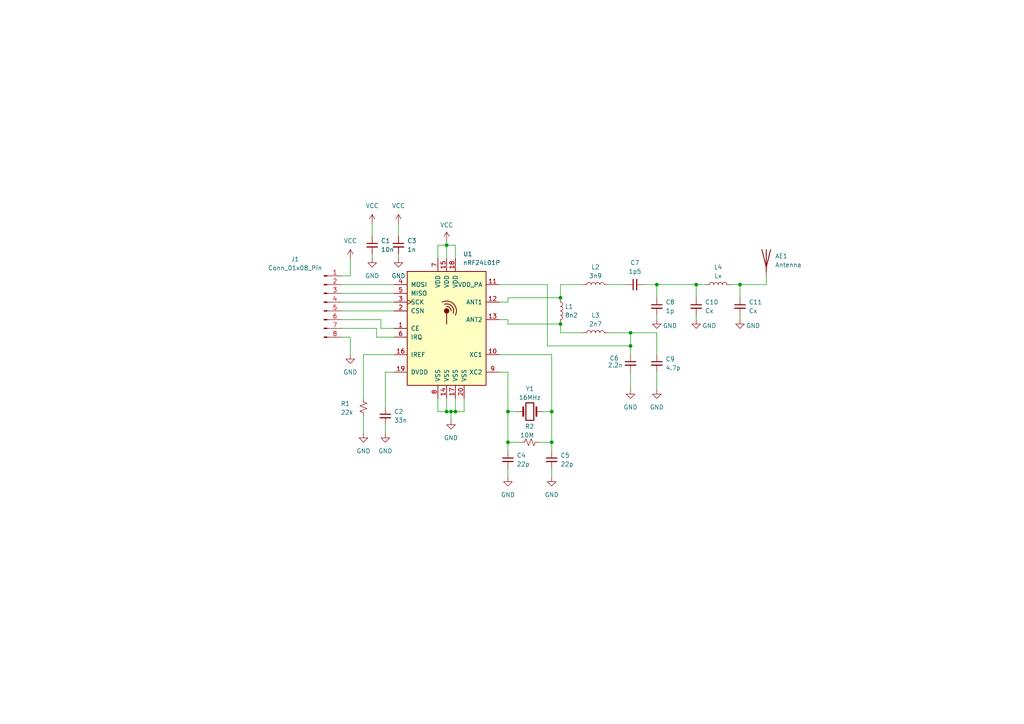
<source format=kicad_sch>
(kicad_sch
	(version 20231120)
	(generator "eeschema")
	(generator_version "8.0")
	(uuid "b5350c8d-c193-4f6e-a879-da03413e7251")
	(paper "A4")
	(lib_symbols
		(symbol "Connector:Conn_01x08_Pin"
			(pin_names
				(offset 1.016) hide)
			(exclude_from_sim no)
			(in_bom yes)
			(on_board yes)
			(property "Reference" "J"
				(at 0 10.16 0)
				(effects
					(font
						(size 1.27 1.27)
					)
				)
			)
			(property "Value" "Conn_01x08_Pin"
				(at 0 -12.7 0)
				(effects
					(font
						(size 1.27 1.27)
					)
				)
			)
			(property "Footprint" ""
				(at 0 0 0)
				(effects
					(font
						(size 1.27 1.27)
					)
					(hide yes)
				)
			)
			(property "Datasheet" "~"
				(at 0 0 0)
				(effects
					(font
						(size 1.27 1.27)
					)
					(hide yes)
				)
			)
			(property "Description" "Generic connector, single row, 01x08, script generated"
				(at 0 0 0)
				(effects
					(font
						(size 1.27 1.27)
					)
					(hide yes)
				)
			)
			(property "ki_locked" ""
				(at 0 0 0)
				(effects
					(font
						(size 1.27 1.27)
					)
				)
			)
			(property "ki_keywords" "connector"
				(at 0 0 0)
				(effects
					(font
						(size 1.27 1.27)
					)
					(hide yes)
				)
			)
			(property "ki_fp_filters" "Connector*:*_1x??_*"
				(at 0 0 0)
				(effects
					(font
						(size 1.27 1.27)
					)
					(hide yes)
				)
			)
			(symbol "Conn_01x08_Pin_1_1"
				(polyline
					(pts
						(xy 1.27 -10.16) (xy 0.8636 -10.16)
					)
					(stroke
						(width 0.1524)
						(type default)
					)
					(fill
						(type none)
					)
				)
				(polyline
					(pts
						(xy 1.27 -7.62) (xy 0.8636 -7.62)
					)
					(stroke
						(width 0.1524)
						(type default)
					)
					(fill
						(type none)
					)
				)
				(polyline
					(pts
						(xy 1.27 -5.08) (xy 0.8636 -5.08)
					)
					(stroke
						(width 0.1524)
						(type default)
					)
					(fill
						(type none)
					)
				)
				(polyline
					(pts
						(xy 1.27 -2.54) (xy 0.8636 -2.54)
					)
					(stroke
						(width 0.1524)
						(type default)
					)
					(fill
						(type none)
					)
				)
				(polyline
					(pts
						(xy 1.27 0) (xy 0.8636 0)
					)
					(stroke
						(width 0.1524)
						(type default)
					)
					(fill
						(type none)
					)
				)
				(polyline
					(pts
						(xy 1.27 2.54) (xy 0.8636 2.54)
					)
					(stroke
						(width 0.1524)
						(type default)
					)
					(fill
						(type none)
					)
				)
				(polyline
					(pts
						(xy 1.27 5.08) (xy 0.8636 5.08)
					)
					(stroke
						(width 0.1524)
						(type default)
					)
					(fill
						(type none)
					)
				)
				(polyline
					(pts
						(xy 1.27 7.62) (xy 0.8636 7.62)
					)
					(stroke
						(width 0.1524)
						(type default)
					)
					(fill
						(type none)
					)
				)
				(rectangle
					(start 0.8636 -10.033)
					(end 0 -10.287)
					(stroke
						(width 0.1524)
						(type default)
					)
					(fill
						(type outline)
					)
				)
				(rectangle
					(start 0.8636 -7.493)
					(end 0 -7.747)
					(stroke
						(width 0.1524)
						(type default)
					)
					(fill
						(type outline)
					)
				)
				(rectangle
					(start 0.8636 -4.953)
					(end 0 -5.207)
					(stroke
						(width 0.1524)
						(type default)
					)
					(fill
						(type outline)
					)
				)
				(rectangle
					(start 0.8636 -2.413)
					(end 0 -2.667)
					(stroke
						(width 0.1524)
						(type default)
					)
					(fill
						(type outline)
					)
				)
				(rectangle
					(start 0.8636 0.127)
					(end 0 -0.127)
					(stroke
						(width 0.1524)
						(type default)
					)
					(fill
						(type outline)
					)
				)
				(rectangle
					(start 0.8636 2.667)
					(end 0 2.413)
					(stroke
						(width 0.1524)
						(type default)
					)
					(fill
						(type outline)
					)
				)
				(rectangle
					(start 0.8636 5.207)
					(end 0 4.953)
					(stroke
						(width 0.1524)
						(type default)
					)
					(fill
						(type outline)
					)
				)
				(rectangle
					(start 0.8636 7.747)
					(end 0 7.493)
					(stroke
						(width 0.1524)
						(type default)
					)
					(fill
						(type outline)
					)
				)
				(pin passive line
					(at 5.08 7.62 180)
					(length 3.81)
					(name "Pin_1"
						(effects
							(font
								(size 1.27 1.27)
							)
						)
					)
					(number "1"
						(effects
							(font
								(size 1.27 1.27)
							)
						)
					)
				)
				(pin passive line
					(at 5.08 5.08 180)
					(length 3.81)
					(name "Pin_2"
						(effects
							(font
								(size 1.27 1.27)
							)
						)
					)
					(number "2"
						(effects
							(font
								(size 1.27 1.27)
							)
						)
					)
				)
				(pin passive line
					(at 5.08 2.54 180)
					(length 3.81)
					(name "Pin_3"
						(effects
							(font
								(size 1.27 1.27)
							)
						)
					)
					(number "3"
						(effects
							(font
								(size 1.27 1.27)
							)
						)
					)
				)
				(pin passive line
					(at 5.08 0 180)
					(length 3.81)
					(name "Pin_4"
						(effects
							(font
								(size 1.27 1.27)
							)
						)
					)
					(number "4"
						(effects
							(font
								(size 1.27 1.27)
							)
						)
					)
				)
				(pin passive line
					(at 5.08 -2.54 180)
					(length 3.81)
					(name "Pin_5"
						(effects
							(font
								(size 1.27 1.27)
							)
						)
					)
					(number "5"
						(effects
							(font
								(size 1.27 1.27)
							)
						)
					)
				)
				(pin passive line
					(at 5.08 -5.08 180)
					(length 3.81)
					(name "Pin_6"
						(effects
							(font
								(size 1.27 1.27)
							)
						)
					)
					(number "6"
						(effects
							(font
								(size 1.27 1.27)
							)
						)
					)
				)
				(pin passive line
					(at 5.08 -7.62 180)
					(length 3.81)
					(name "Pin_7"
						(effects
							(font
								(size 1.27 1.27)
							)
						)
					)
					(number "7"
						(effects
							(font
								(size 1.27 1.27)
							)
						)
					)
				)
				(pin passive line
					(at 5.08 -10.16 180)
					(length 3.81)
					(name "Pin_8"
						(effects
							(font
								(size 1.27 1.27)
							)
						)
					)
					(number "8"
						(effects
							(font
								(size 1.27 1.27)
							)
						)
					)
				)
			)
		)
		(symbol "Device:Antenna"
			(pin_numbers hide)
			(pin_names
				(offset 1.016) hide)
			(exclude_from_sim no)
			(in_bom yes)
			(on_board yes)
			(property "Reference" "AE"
				(at -1.905 1.905 0)
				(effects
					(font
						(size 1.27 1.27)
					)
					(justify right)
				)
			)
			(property "Value" "Antenna"
				(at -1.905 0 0)
				(effects
					(font
						(size 1.27 1.27)
					)
					(justify right)
				)
			)
			(property "Footprint" ""
				(at 0 0 0)
				(effects
					(font
						(size 1.27 1.27)
					)
					(hide yes)
				)
			)
			(property "Datasheet" "~"
				(at 0 0 0)
				(effects
					(font
						(size 1.27 1.27)
					)
					(hide yes)
				)
			)
			(property "Description" "Antenna"
				(at 0 0 0)
				(effects
					(font
						(size 1.27 1.27)
					)
					(hide yes)
				)
			)
			(property "ki_keywords" "antenna"
				(at 0 0 0)
				(effects
					(font
						(size 1.27 1.27)
					)
					(hide yes)
				)
			)
			(symbol "Antenna_0_1"
				(polyline
					(pts
						(xy 0 2.54) (xy 0 -3.81)
					)
					(stroke
						(width 0.254)
						(type default)
					)
					(fill
						(type none)
					)
				)
				(polyline
					(pts
						(xy 1.27 2.54) (xy 0 -2.54) (xy -1.27 2.54)
					)
					(stroke
						(width 0.254)
						(type default)
					)
					(fill
						(type none)
					)
				)
			)
			(symbol "Antenna_1_1"
				(pin input line
					(at 0 -5.08 90)
					(length 2.54)
					(name "A"
						(effects
							(font
								(size 1.27 1.27)
							)
						)
					)
					(number "1"
						(effects
							(font
								(size 1.27 1.27)
							)
						)
					)
				)
			)
		)
		(symbol "Device:C_Small"
			(pin_numbers hide)
			(pin_names
				(offset 0.254) hide)
			(exclude_from_sim no)
			(in_bom yes)
			(on_board yes)
			(property "Reference" "C"
				(at 0.254 1.778 0)
				(effects
					(font
						(size 1.27 1.27)
					)
					(justify left)
				)
			)
			(property "Value" "C_Small"
				(at 0.254 -2.032 0)
				(effects
					(font
						(size 1.27 1.27)
					)
					(justify left)
				)
			)
			(property "Footprint" ""
				(at 0 0 0)
				(effects
					(font
						(size 1.27 1.27)
					)
					(hide yes)
				)
			)
			(property "Datasheet" "~"
				(at 0 0 0)
				(effects
					(font
						(size 1.27 1.27)
					)
					(hide yes)
				)
			)
			(property "Description" "Unpolarized capacitor, small symbol"
				(at 0 0 0)
				(effects
					(font
						(size 1.27 1.27)
					)
					(hide yes)
				)
			)
			(property "ki_keywords" "capacitor cap"
				(at 0 0 0)
				(effects
					(font
						(size 1.27 1.27)
					)
					(hide yes)
				)
			)
			(property "ki_fp_filters" "C_*"
				(at 0 0 0)
				(effects
					(font
						(size 1.27 1.27)
					)
					(hide yes)
				)
			)
			(symbol "C_Small_0_1"
				(polyline
					(pts
						(xy -1.524 -0.508) (xy 1.524 -0.508)
					)
					(stroke
						(width 0.3302)
						(type default)
					)
					(fill
						(type none)
					)
				)
				(polyline
					(pts
						(xy -1.524 0.508) (xy 1.524 0.508)
					)
					(stroke
						(width 0.3048)
						(type default)
					)
					(fill
						(type none)
					)
				)
			)
			(symbol "C_Small_1_1"
				(pin passive line
					(at 0 2.54 270)
					(length 2.032)
					(name "~"
						(effects
							(font
								(size 1.27 1.27)
							)
						)
					)
					(number "1"
						(effects
							(font
								(size 1.27 1.27)
							)
						)
					)
				)
				(pin passive line
					(at 0 -2.54 90)
					(length 2.032)
					(name "~"
						(effects
							(font
								(size 1.27 1.27)
							)
						)
					)
					(number "2"
						(effects
							(font
								(size 1.27 1.27)
							)
						)
					)
				)
			)
		)
		(symbol "Device:Crystal"
			(pin_numbers hide)
			(pin_names
				(offset 1.016) hide)
			(exclude_from_sim no)
			(in_bom yes)
			(on_board yes)
			(property "Reference" "Y"
				(at 0 3.81 0)
				(effects
					(font
						(size 1.27 1.27)
					)
				)
			)
			(property "Value" "Crystal"
				(at 0 -3.81 0)
				(effects
					(font
						(size 1.27 1.27)
					)
				)
			)
			(property "Footprint" ""
				(at 0 0 0)
				(effects
					(font
						(size 1.27 1.27)
					)
					(hide yes)
				)
			)
			(property "Datasheet" "~"
				(at 0 0 0)
				(effects
					(font
						(size 1.27 1.27)
					)
					(hide yes)
				)
			)
			(property "Description" "Two pin crystal"
				(at 0 0 0)
				(effects
					(font
						(size 1.27 1.27)
					)
					(hide yes)
				)
			)
			(property "ki_keywords" "quartz ceramic resonator oscillator"
				(at 0 0 0)
				(effects
					(font
						(size 1.27 1.27)
					)
					(hide yes)
				)
			)
			(property "ki_fp_filters" "Crystal*"
				(at 0 0 0)
				(effects
					(font
						(size 1.27 1.27)
					)
					(hide yes)
				)
			)
			(symbol "Crystal_0_1"
				(rectangle
					(start -1.143 2.54)
					(end 1.143 -2.54)
					(stroke
						(width 0.3048)
						(type default)
					)
					(fill
						(type none)
					)
				)
				(polyline
					(pts
						(xy -2.54 0) (xy -1.905 0)
					)
					(stroke
						(width 0)
						(type default)
					)
					(fill
						(type none)
					)
				)
				(polyline
					(pts
						(xy -1.905 -1.27) (xy -1.905 1.27)
					)
					(stroke
						(width 0.508)
						(type default)
					)
					(fill
						(type none)
					)
				)
				(polyline
					(pts
						(xy 1.905 -1.27) (xy 1.905 1.27)
					)
					(stroke
						(width 0.508)
						(type default)
					)
					(fill
						(type none)
					)
				)
				(polyline
					(pts
						(xy 2.54 0) (xy 1.905 0)
					)
					(stroke
						(width 0)
						(type default)
					)
					(fill
						(type none)
					)
				)
			)
			(symbol "Crystal_1_1"
				(pin passive line
					(at -3.81 0 0)
					(length 1.27)
					(name "1"
						(effects
							(font
								(size 1.27 1.27)
							)
						)
					)
					(number "1"
						(effects
							(font
								(size 1.27 1.27)
							)
						)
					)
				)
				(pin passive line
					(at 3.81 0 180)
					(length 1.27)
					(name "2"
						(effects
							(font
								(size 1.27 1.27)
							)
						)
					)
					(number "2"
						(effects
							(font
								(size 1.27 1.27)
							)
						)
					)
				)
			)
		)
		(symbol "Device:L"
			(pin_numbers hide)
			(pin_names
				(offset 1.016) hide)
			(exclude_from_sim no)
			(in_bom yes)
			(on_board yes)
			(property "Reference" "L"
				(at -1.27 0 90)
				(effects
					(font
						(size 1.27 1.27)
					)
				)
			)
			(property "Value" "L"
				(at 1.905 0 90)
				(effects
					(font
						(size 1.27 1.27)
					)
				)
			)
			(property "Footprint" ""
				(at 0 0 0)
				(effects
					(font
						(size 1.27 1.27)
					)
					(hide yes)
				)
			)
			(property "Datasheet" "~"
				(at 0 0 0)
				(effects
					(font
						(size 1.27 1.27)
					)
					(hide yes)
				)
			)
			(property "Description" "Inductor"
				(at 0 0 0)
				(effects
					(font
						(size 1.27 1.27)
					)
					(hide yes)
				)
			)
			(property "ki_keywords" "inductor choke coil reactor magnetic"
				(at 0 0 0)
				(effects
					(font
						(size 1.27 1.27)
					)
					(hide yes)
				)
			)
			(property "ki_fp_filters" "Choke_* *Coil* Inductor_* L_*"
				(at 0 0 0)
				(effects
					(font
						(size 1.27 1.27)
					)
					(hide yes)
				)
			)
			(symbol "L_0_1"
				(arc
					(start 0 -2.54)
					(mid 0.6323 -1.905)
					(end 0 -1.27)
					(stroke
						(width 0)
						(type default)
					)
					(fill
						(type none)
					)
				)
				(arc
					(start 0 -1.27)
					(mid 0.6323 -0.635)
					(end 0 0)
					(stroke
						(width 0)
						(type default)
					)
					(fill
						(type none)
					)
				)
				(arc
					(start 0 0)
					(mid 0.6323 0.635)
					(end 0 1.27)
					(stroke
						(width 0)
						(type default)
					)
					(fill
						(type none)
					)
				)
				(arc
					(start 0 1.27)
					(mid 0.6323 1.905)
					(end 0 2.54)
					(stroke
						(width 0)
						(type default)
					)
					(fill
						(type none)
					)
				)
			)
			(symbol "L_1_1"
				(pin passive line
					(at 0 3.81 270)
					(length 1.27)
					(name "1"
						(effects
							(font
								(size 1.27 1.27)
							)
						)
					)
					(number "1"
						(effects
							(font
								(size 1.27 1.27)
							)
						)
					)
				)
				(pin passive line
					(at 0 -3.81 90)
					(length 1.27)
					(name "2"
						(effects
							(font
								(size 1.27 1.27)
							)
						)
					)
					(number "2"
						(effects
							(font
								(size 1.27 1.27)
							)
						)
					)
				)
			)
		)
		(symbol "Device:R_Small_US"
			(pin_numbers hide)
			(pin_names
				(offset 0.254) hide)
			(exclude_from_sim no)
			(in_bom yes)
			(on_board yes)
			(property "Reference" "R"
				(at 0.762 0.508 0)
				(effects
					(font
						(size 1.27 1.27)
					)
					(justify left)
				)
			)
			(property "Value" "R_Small_US"
				(at 0.762 -1.016 0)
				(effects
					(font
						(size 1.27 1.27)
					)
					(justify left)
				)
			)
			(property "Footprint" ""
				(at 0 0 0)
				(effects
					(font
						(size 1.27 1.27)
					)
					(hide yes)
				)
			)
			(property "Datasheet" "~"
				(at 0 0 0)
				(effects
					(font
						(size 1.27 1.27)
					)
					(hide yes)
				)
			)
			(property "Description" "Resistor, small US symbol"
				(at 0 0 0)
				(effects
					(font
						(size 1.27 1.27)
					)
					(hide yes)
				)
			)
			(property "ki_keywords" "r resistor"
				(at 0 0 0)
				(effects
					(font
						(size 1.27 1.27)
					)
					(hide yes)
				)
			)
			(property "ki_fp_filters" "R_*"
				(at 0 0 0)
				(effects
					(font
						(size 1.27 1.27)
					)
					(hide yes)
				)
			)
			(symbol "R_Small_US_1_1"
				(polyline
					(pts
						(xy 0 0) (xy 1.016 -0.381) (xy 0 -0.762) (xy -1.016 -1.143) (xy 0 -1.524)
					)
					(stroke
						(width 0)
						(type default)
					)
					(fill
						(type none)
					)
				)
				(polyline
					(pts
						(xy 0 1.524) (xy 1.016 1.143) (xy 0 0.762) (xy -1.016 0.381) (xy 0 0)
					)
					(stroke
						(width 0)
						(type default)
					)
					(fill
						(type none)
					)
				)
				(pin passive line
					(at 0 2.54 270)
					(length 1.016)
					(name "~"
						(effects
							(font
								(size 1.27 1.27)
							)
						)
					)
					(number "1"
						(effects
							(font
								(size 1.27 1.27)
							)
						)
					)
				)
				(pin passive line
					(at 0 -2.54 90)
					(length 1.016)
					(name "~"
						(effects
							(font
								(size 1.27 1.27)
							)
						)
					)
					(number "2"
						(effects
							(font
								(size 1.27 1.27)
							)
						)
					)
				)
			)
		)
		(symbol "RF:nRF24L01P"
			(pin_names
				(offset 1.016)
			)
			(exclude_from_sim no)
			(in_bom yes)
			(on_board yes)
			(property "Reference" "U"
				(at -11.43 17.78 0)
				(effects
					(font
						(size 1.27 1.27)
					)
					(justify left)
				)
			)
			(property "Value" "nRF24L01P"
				(at 5.08 17.78 0)
				(effects
					(font
						(size 1.27 1.27)
					)
					(justify left)
				)
			)
			(property "Footprint" "Package_DFN_QFN:QFN-20-1EP_4x4mm_P0.5mm_EP2.5x2.5mm"
				(at 5.08 20.32 0)
				(effects
					(font
						(size 1.27 1.27)
						(italic yes)
					)
					(justify left)
					(hide yes)
				)
			)
			(property "Datasheet" "http://www.nordicsemi.com/eng/content/download/2726/34069/file/nRF24L01P_Product_Specification_1_0.pdf"
				(at 0 2.54 0)
				(effects
					(font
						(size 1.27 1.27)
					)
					(hide yes)
				)
			)
			(property "Description" "nRF24L01+, Ultra low power 2.4GHz RF Transceiver, QFN20 4x4mm"
				(at 0 0 0)
				(effects
					(font
						(size 1.27 1.27)
					)
					(hide yes)
				)
			)
			(property "ki_keywords" "Low Power RF Transceiver"
				(at 0 0 0)
				(effects
					(font
						(size 1.27 1.27)
					)
					(hide yes)
				)
			)
			(property "ki_fp_filters" "QFN*4x4*0.5mm*"
				(at 0 0 0)
				(effects
					(font
						(size 1.27 1.27)
					)
					(hide yes)
				)
			)
			(symbol "nRF24L01P_0_1"
				(rectangle
					(start -11.43 16.51)
					(end 11.43 -16.51)
					(stroke
						(width 0.254)
						(type default)
					)
					(fill
						(type background)
					)
				)
				(polyline
					(pts
						(xy 0 4.445) (xy 0 1.27)
					)
					(stroke
						(width 0.254)
						(type default)
					)
					(fill
						(type none)
					)
				)
				(circle
					(center 0 5.08)
					(radius 0.635)
					(stroke
						(width 0.254)
						(type default)
					)
					(fill
						(type outline)
					)
				)
				(arc
					(start 1.27 5.08)
					(mid 0.9071 5.9946)
					(end 0 6.35)
					(stroke
						(width 0.254)
						(type default)
					)
					(fill
						(type none)
					)
				)
				(arc
					(start 1.905 4.445)
					(mid 1.4313 6.5254)
					(end -0.635 6.985)
					(stroke
						(width 0.254)
						(type default)
					)
					(fill
						(type none)
					)
				)
				(arc
					(start 2.54 3.81)
					(mid 2.008 7.088)
					(end -1.27 7.62)
					(stroke
						(width 0.254)
						(type default)
					)
					(fill
						(type none)
					)
				)
				(rectangle
					(start 11.43 -13.97)
					(end 11.43 -13.97)
					(stroke
						(width 0)
						(type default)
					)
					(fill
						(type none)
					)
				)
			)
			(symbol "nRF24L01P_1_1"
				(pin input line
					(at -15.24 0 0)
					(length 3.81)
					(name "CE"
						(effects
							(font
								(size 1.27 1.27)
							)
						)
					)
					(number "1"
						(effects
							(font
								(size 1.27 1.27)
							)
						)
					)
				)
				(pin passive line
					(at 15.24 -7.62 180)
					(length 3.81)
					(name "XC1"
						(effects
							(font
								(size 1.27 1.27)
							)
						)
					)
					(number "10"
						(effects
							(font
								(size 1.27 1.27)
							)
						)
					)
				)
				(pin power_out line
					(at 15.24 12.7 180)
					(length 3.81)
					(name "VDD_PA"
						(effects
							(font
								(size 1.27 1.27)
							)
						)
					)
					(number "11"
						(effects
							(font
								(size 1.27 1.27)
							)
						)
					)
				)
				(pin passive line
					(at 15.24 7.62 180)
					(length 3.81)
					(name "ANT1"
						(effects
							(font
								(size 1.27 1.27)
							)
						)
					)
					(number "12"
						(effects
							(font
								(size 1.27 1.27)
							)
						)
					)
				)
				(pin passive line
					(at 15.24 2.54 180)
					(length 3.81)
					(name "ANT2"
						(effects
							(font
								(size 1.27 1.27)
							)
						)
					)
					(number "13"
						(effects
							(font
								(size 1.27 1.27)
							)
						)
					)
				)
				(pin power_in line
					(at 0 -20.32 90)
					(length 3.81)
					(name "VSS"
						(effects
							(font
								(size 1.27 1.27)
							)
						)
					)
					(number "14"
						(effects
							(font
								(size 1.27 1.27)
							)
						)
					)
				)
				(pin power_in line
					(at 0 20.32 270)
					(length 3.81)
					(name "VDD"
						(effects
							(font
								(size 1.27 1.27)
							)
						)
					)
					(number "15"
						(effects
							(font
								(size 1.27 1.27)
							)
						)
					)
				)
				(pin passive line
					(at -15.24 -7.62 0)
					(length 3.81)
					(name "IREF"
						(effects
							(font
								(size 1.27 1.27)
							)
						)
					)
					(number "16"
						(effects
							(font
								(size 1.27 1.27)
							)
						)
					)
				)
				(pin power_in line
					(at 2.54 -20.32 90)
					(length 3.81)
					(name "VSS"
						(effects
							(font
								(size 1.27 1.27)
							)
						)
					)
					(number "17"
						(effects
							(font
								(size 1.27 1.27)
							)
						)
					)
				)
				(pin power_in line
					(at 2.54 20.32 270)
					(length 3.81)
					(name "VDD"
						(effects
							(font
								(size 1.27 1.27)
							)
						)
					)
					(number "18"
						(effects
							(font
								(size 1.27 1.27)
							)
						)
					)
				)
				(pin power_out line
					(at -15.24 -12.7 0)
					(length 3.81)
					(name "DVDD"
						(effects
							(font
								(size 1.27 1.27)
							)
						)
					)
					(number "19"
						(effects
							(font
								(size 1.27 1.27)
							)
						)
					)
				)
				(pin input line
					(at -15.24 5.08 0)
					(length 3.81)
					(name "CSN"
						(effects
							(font
								(size 1.27 1.27)
							)
						)
					)
					(number "2"
						(effects
							(font
								(size 1.27 1.27)
							)
						)
					)
				)
				(pin power_in line
					(at 5.08 -20.32 90)
					(length 3.81)
					(name "VSS"
						(effects
							(font
								(size 1.27 1.27)
							)
						)
					)
					(number "20"
						(effects
							(font
								(size 1.27 1.27)
							)
						)
					)
				)
				(pin input clock
					(at -15.24 7.62 0)
					(length 3.81)
					(name "SCK"
						(effects
							(font
								(size 1.27 1.27)
							)
						)
					)
					(number "3"
						(effects
							(font
								(size 1.27 1.27)
							)
						)
					)
				)
				(pin input line
					(at -15.24 12.7 0)
					(length 3.81)
					(name "MOSI"
						(effects
							(font
								(size 1.27 1.27)
							)
						)
					)
					(number "4"
						(effects
							(font
								(size 1.27 1.27)
							)
						)
					)
				)
				(pin output line
					(at -15.24 10.16 0)
					(length 3.81)
					(name "MISO"
						(effects
							(font
								(size 1.27 1.27)
							)
						)
					)
					(number "5"
						(effects
							(font
								(size 1.27 1.27)
							)
						)
					)
				)
				(pin output line
					(at -15.24 -2.54 0)
					(length 3.81)
					(name "IRQ"
						(effects
							(font
								(size 1.27 1.27)
							)
						)
					)
					(number "6"
						(effects
							(font
								(size 1.27 1.27)
							)
						)
					)
				)
				(pin power_in line
					(at -2.54 20.32 270)
					(length 3.81)
					(name "VDD"
						(effects
							(font
								(size 1.27 1.27)
							)
						)
					)
					(number "7"
						(effects
							(font
								(size 1.27 1.27)
							)
						)
					)
				)
				(pin power_in line
					(at -2.54 -20.32 90)
					(length 3.81)
					(name "VSS"
						(effects
							(font
								(size 1.27 1.27)
							)
						)
					)
					(number "8"
						(effects
							(font
								(size 1.27 1.27)
							)
						)
					)
				)
				(pin passive line
					(at 15.24 -12.7 180)
					(length 3.81)
					(name "XC2"
						(effects
							(font
								(size 1.27 1.27)
							)
						)
					)
					(number "9"
						(effects
							(font
								(size 1.27 1.27)
							)
						)
					)
				)
			)
		)
		(symbol "power:GND"
			(power)
			(pin_numbers hide)
			(pin_names
				(offset 0) hide)
			(exclude_from_sim no)
			(in_bom yes)
			(on_board yes)
			(property "Reference" "#PWR"
				(at 0 -6.35 0)
				(effects
					(font
						(size 1.27 1.27)
					)
					(hide yes)
				)
			)
			(property "Value" "GND"
				(at 0 -3.81 0)
				(effects
					(font
						(size 1.27 1.27)
					)
				)
			)
			(property "Footprint" ""
				(at 0 0 0)
				(effects
					(font
						(size 1.27 1.27)
					)
					(hide yes)
				)
			)
			(property "Datasheet" ""
				(at 0 0 0)
				(effects
					(font
						(size 1.27 1.27)
					)
					(hide yes)
				)
			)
			(property "Description" "Power symbol creates a global label with name \"GND\" , ground"
				(at 0 0 0)
				(effects
					(font
						(size 1.27 1.27)
					)
					(hide yes)
				)
			)
			(property "ki_keywords" "global power"
				(at 0 0 0)
				(effects
					(font
						(size 1.27 1.27)
					)
					(hide yes)
				)
			)
			(symbol "GND_0_1"
				(polyline
					(pts
						(xy 0 0) (xy 0 -1.27) (xy 1.27 -1.27) (xy 0 -2.54) (xy -1.27 -1.27) (xy 0 -1.27)
					)
					(stroke
						(width 0)
						(type default)
					)
					(fill
						(type none)
					)
				)
			)
			(symbol "GND_1_1"
				(pin power_in line
					(at 0 0 270)
					(length 0)
					(name "~"
						(effects
							(font
								(size 1.27 1.27)
							)
						)
					)
					(number "1"
						(effects
							(font
								(size 1.27 1.27)
							)
						)
					)
				)
			)
		)
		(symbol "power:VCC"
			(power)
			(pin_numbers hide)
			(pin_names
				(offset 0) hide)
			(exclude_from_sim no)
			(in_bom yes)
			(on_board yes)
			(property "Reference" "#PWR"
				(at 0 -3.81 0)
				(effects
					(font
						(size 1.27 1.27)
					)
					(hide yes)
				)
			)
			(property "Value" "VCC"
				(at 0 3.556 0)
				(effects
					(font
						(size 1.27 1.27)
					)
				)
			)
			(property "Footprint" ""
				(at 0 0 0)
				(effects
					(font
						(size 1.27 1.27)
					)
					(hide yes)
				)
			)
			(property "Datasheet" ""
				(at 0 0 0)
				(effects
					(font
						(size 1.27 1.27)
					)
					(hide yes)
				)
			)
			(property "Description" "Power symbol creates a global label with name \"VCC\""
				(at 0 0 0)
				(effects
					(font
						(size 1.27 1.27)
					)
					(hide yes)
				)
			)
			(property "ki_keywords" "global power"
				(at 0 0 0)
				(effects
					(font
						(size 1.27 1.27)
					)
					(hide yes)
				)
			)
			(symbol "VCC_0_1"
				(polyline
					(pts
						(xy -0.762 1.27) (xy 0 2.54)
					)
					(stroke
						(width 0)
						(type default)
					)
					(fill
						(type none)
					)
				)
				(polyline
					(pts
						(xy 0 0) (xy 0 2.54)
					)
					(stroke
						(width 0)
						(type default)
					)
					(fill
						(type none)
					)
				)
				(polyline
					(pts
						(xy 0 2.54) (xy 0.762 1.27)
					)
					(stroke
						(width 0)
						(type default)
					)
					(fill
						(type none)
					)
				)
			)
			(symbol "VCC_1_1"
				(pin power_in line
					(at 0 0 90)
					(length 0)
					(name "~"
						(effects
							(font
								(size 1.27 1.27)
							)
						)
					)
					(number "1"
						(effects
							(font
								(size 1.27 1.27)
							)
						)
					)
				)
			)
		)
	)
	(junction
		(at 132.08 119.38)
		(diameter 0)
		(color 0 0 0 0)
		(uuid "0b5c8341-28c1-429a-9921-f87b9866633d")
	)
	(junction
		(at 130.81 119.38)
		(diameter 0)
		(color 0 0 0 0)
		(uuid "0f07336b-60c5-4922-a2e2-48f87b9d585d")
	)
	(junction
		(at 147.32 119.38)
		(diameter 0)
		(color 0 0 0 0)
		(uuid "25a8171f-dda5-4f5b-a950-38f69b5a7f76")
	)
	(junction
		(at 201.93 82.55)
		(diameter 0)
		(color 0 0 0 0)
		(uuid "27de0f3b-6a01-44cf-86d4-d809b9cce5fe")
	)
	(junction
		(at 129.54 119.38)
		(diameter 0)
		(color 0 0 0 0)
		(uuid "2a94b842-c272-4de8-afc8-86c2b540396e")
	)
	(junction
		(at 160.02 128.27)
		(diameter 0)
		(color 0 0 0 0)
		(uuid "4050bfd6-2221-4c67-b83e-7b9c764dddde")
	)
	(junction
		(at 190.5 82.55)
		(diameter 0)
		(color 0 0 0 0)
		(uuid "4f90b175-fb4a-4aee-84f3-aea3ec1b9090")
	)
	(junction
		(at 160.02 119.38)
		(diameter 0)
		(color 0 0 0 0)
		(uuid "50dfa5f9-1b0d-477f-b90c-e1f8ebbf099a")
	)
	(junction
		(at 147.32 128.27)
		(diameter 0)
		(color 0 0 0 0)
		(uuid "56cabdaf-886a-48f2-a155-bc04658aa419")
	)
	(junction
		(at 162.56 86.36)
		(diameter 0)
		(color 0 0 0 0)
		(uuid "c5728fde-2da1-4767-8495-57f2dadb91e7")
	)
	(junction
		(at 182.88 96.52)
		(diameter 0)
		(color 0 0 0 0)
		(uuid "c62901be-e410-41b0-b3ac-3dddbb08709e")
	)
	(junction
		(at 214.63 82.55)
		(diameter 0)
		(color 0 0 0 0)
		(uuid "d3b73ea4-55f0-46b9-a5bd-163dc589c3e6")
	)
	(junction
		(at 162.56 93.98)
		(diameter 0)
		(color 0 0 0 0)
		(uuid "e19fcd79-c338-4d5b-b013-0cb59e24cbfc")
	)
	(junction
		(at 129.54 71.12)
		(diameter 0)
		(color 0 0 0 0)
		(uuid "e2b39ae2-90c3-4bdd-98eb-bdd91c5e44f6")
	)
	(junction
		(at 182.88 100.33)
		(diameter 0)
		(color 0 0 0 0)
		(uuid "f7268169-75cd-4db6-9692-c4d428f84862")
	)
	(wire
		(pts
			(xy 105.41 120.65) (xy 105.41 125.73)
		)
		(stroke
			(width 0)
			(type default)
		)
		(uuid "00134a00-fc34-4af9-be02-8f02daf5f9e4")
	)
	(wire
		(pts
			(xy 147.32 119.38) (xy 147.32 128.27)
		)
		(stroke
			(width 0)
			(type default)
		)
		(uuid "07e38be0-a487-421e-9fa9-5be88dfe88cd")
	)
	(wire
		(pts
			(xy 134.62 115.57) (xy 134.62 119.38)
		)
		(stroke
			(width 0)
			(type default)
		)
		(uuid "0d650cfc-a88d-4cf6-93d0-08f94724c8fe")
	)
	(wire
		(pts
			(xy 130.81 121.92) (xy 130.81 119.38)
		)
		(stroke
			(width 0)
			(type default)
		)
		(uuid "0e164969-fad6-4303-9c06-5074f106ba26")
	)
	(wire
		(pts
			(xy 99.06 80.01) (xy 101.6 80.01)
		)
		(stroke
			(width 0)
			(type default)
		)
		(uuid "0f27fc33-84fa-477f-b8ca-5af97c2b8b7f")
	)
	(wire
		(pts
			(xy 190.5 96.52) (xy 182.88 96.52)
		)
		(stroke
			(width 0)
			(type default)
		)
		(uuid "1610f473-ce79-4866-b938-8702136f9a43")
	)
	(wire
		(pts
			(xy 162.56 96.52) (xy 162.56 93.98)
		)
		(stroke
			(width 0)
			(type default)
		)
		(uuid "1770717e-605b-4d59-870f-9af7ab07af17")
	)
	(wire
		(pts
			(xy 201.93 82.55) (xy 204.47 82.55)
		)
		(stroke
			(width 0)
			(type default)
		)
		(uuid "1c704beb-b303-4be2-b93e-d9b348a9b095")
	)
	(wire
		(pts
			(xy 168.91 82.55) (xy 162.56 82.55)
		)
		(stroke
			(width 0)
			(type default)
		)
		(uuid "23cdee2f-d7f6-4889-8ea9-e0a3a6e3d723")
	)
	(wire
		(pts
			(xy 111.76 107.95) (xy 111.76 118.11)
		)
		(stroke
			(width 0)
			(type default)
		)
		(uuid "25a0ebf8-2a54-45b6-b28b-a8f5f086c022")
	)
	(wire
		(pts
			(xy 107.95 64.77) (xy 107.95 68.58)
		)
		(stroke
			(width 0)
			(type default)
		)
		(uuid "268b9b33-6608-4bcf-b87a-88dd015698dd")
	)
	(wire
		(pts
			(xy 127 71.12) (xy 129.54 71.12)
		)
		(stroke
			(width 0)
			(type default)
		)
		(uuid "27bbb711-359d-43a5-abc4-0a234946dda6")
	)
	(wire
		(pts
			(xy 214.63 86.36) (xy 214.63 82.55)
		)
		(stroke
			(width 0)
			(type default)
		)
		(uuid "2b9affbf-c82d-48ad-98ee-6a251a3d2943")
	)
	(wire
		(pts
			(xy 109.22 95.25) (xy 99.06 95.25)
		)
		(stroke
			(width 0)
			(type default)
		)
		(uuid "301dd179-5def-4d72-a29d-0732797b2d13")
	)
	(wire
		(pts
			(xy 160.02 128.27) (xy 160.02 130.81)
		)
		(stroke
			(width 0)
			(type default)
		)
		(uuid "319dbd7d-412f-41cd-aa16-fa00ce113497")
	)
	(wire
		(pts
			(xy 182.88 96.52) (xy 182.88 100.33)
		)
		(stroke
			(width 0)
			(type default)
		)
		(uuid "322041b1-ea2f-4582-8d9f-a406d29509b0")
	)
	(wire
		(pts
			(xy 127 115.57) (xy 127 119.38)
		)
		(stroke
			(width 0)
			(type default)
		)
		(uuid "3c1d322b-fb5f-4cc9-abbf-53c0e1324b6a")
	)
	(wire
		(pts
			(xy 158.75 82.55) (xy 158.75 100.33)
		)
		(stroke
			(width 0)
			(type default)
		)
		(uuid "3cd990cb-01f3-4ebc-8f92-018c25407f93")
	)
	(wire
		(pts
			(xy 158.75 100.33) (xy 182.88 100.33)
		)
		(stroke
			(width 0)
			(type default)
		)
		(uuid "3dab8269-bd44-48a3-8c91-68cd59792cf3")
	)
	(wire
		(pts
			(xy 105.41 102.87) (xy 105.41 115.57)
		)
		(stroke
			(width 0)
			(type default)
		)
		(uuid "3e98cb49-123e-4728-9c14-f563520e0579")
	)
	(wire
		(pts
			(xy 129.54 119.38) (xy 130.81 119.38)
		)
		(stroke
			(width 0)
			(type default)
		)
		(uuid "3ee28eda-c50a-4dd5-8cc0-b73cbef85008")
	)
	(wire
		(pts
			(xy 132.08 71.12) (xy 132.08 74.93)
		)
		(stroke
			(width 0)
			(type default)
		)
		(uuid "460913ca-a231-454d-976a-38ca12ebfd78")
	)
	(wire
		(pts
			(xy 190.5 82.55) (xy 201.93 82.55)
		)
		(stroke
			(width 0)
			(type default)
		)
		(uuid "51f050a4-b961-4079-bedb-2a612d5656bb")
	)
	(wire
		(pts
			(xy 176.53 96.52) (xy 182.88 96.52)
		)
		(stroke
			(width 0)
			(type default)
		)
		(uuid "56825244-9a1e-42dd-80b6-4798548b116e")
	)
	(wire
		(pts
			(xy 129.54 71.12) (xy 132.08 71.12)
		)
		(stroke
			(width 0)
			(type default)
		)
		(uuid "5751683a-f75e-44ae-884e-8832bf012e2a")
	)
	(wire
		(pts
			(xy 99.06 92.71) (xy 110.49 92.71)
		)
		(stroke
			(width 0)
			(type default)
		)
		(uuid "5d064c74-5387-491e-95f0-450aad998a52")
	)
	(wire
		(pts
			(xy 147.32 107.95) (xy 147.32 119.38)
		)
		(stroke
			(width 0)
			(type default)
		)
		(uuid "6017872d-8be3-46bf-abbd-247d5bb04bd4")
	)
	(wire
		(pts
			(xy 214.63 82.55) (xy 212.09 82.55)
		)
		(stroke
			(width 0)
			(type default)
		)
		(uuid "606020e5-aa12-4887-ba6a-88813ae8fea5")
	)
	(wire
		(pts
			(xy 127 74.93) (xy 127 71.12)
		)
		(stroke
			(width 0)
			(type default)
		)
		(uuid "6278be1b-bad3-48f6-805d-991867cdc690")
	)
	(wire
		(pts
			(xy 157.48 119.38) (xy 160.02 119.38)
		)
		(stroke
			(width 0)
			(type default)
		)
		(uuid "65f65899-31be-40db-b8a7-43e625e910d7")
	)
	(wire
		(pts
			(xy 147.32 135.89) (xy 147.32 138.43)
		)
		(stroke
			(width 0)
			(type default)
		)
		(uuid "69427cbe-117e-45d2-9bd0-95d2b3544078")
	)
	(wire
		(pts
			(xy 99.06 82.55) (xy 114.3 82.55)
		)
		(stroke
			(width 0)
			(type default)
		)
		(uuid "6990edec-b43d-44bd-9007-bc6ee92c9430")
	)
	(wire
		(pts
			(xy 144.78 87.63) (xy 147.32 87.63)
		)
		(stroke
			(width 0)
			(type default)
		)
		(uuid "6aa87c35-7303-4087-a657-37f69c3beeb0")
	)
	(wire
		(pts
			(xy 101.6 80.01) (xy 101.6 74.93)
		)
		(stroke
			(width 0)
			(type default)
		)
		(uuid "6c2bc3aa-149e-435f-9f77-feff5c0551f8")
	)
	(wire
		(pts
			(xy 147.32 87.63) (xy 147.32 86.36)
		)
		(stroke
			(width 0)
			(type default)
		)
		(uuid "6c69c6a9-c467-46cc-a552-2e06235d9cd8")
	)
	(wire
		(pts
			(xy 182.88 107.95) (xy 182.88 113.03)
		)
		(stroke
			(width 0)
			(type default)
		)
		(uuid "6d511989-76ec-4018-8203-430f235dba52")
	)
	(wire
		(pts
			(xy 147.32 119.38) (xy 149.86 119.38)
		)
		(stroke
			(width 0)
			(type default)
		)
		(uuid "6d5153f0-1e71-4893-9831-05fa1424bce2")
	)
	(wire
		(pts
			(xy 99.06 90.17) (xy 114.3 90.17)
		)
		(stroke
			(width 0)
			(type default)
		)
		(uuid "703d2db3-e9b0-4e2d-8306-841faeac064e")
	)
	(wire
		(pts
			(xy 115.57 73.66) (xy 115.57 74.93)
		)
		(stroke
			(width 0)
			(type default)
		)
		(uuid "703df2d4-f9cd-4c41-bbfd-fac6ccb23c26")
	)
	(wire
		(pts
			(xy 127 119.38) (xy 129.54 119.38)
		)
		(stroke
			(width 0)
			(type default)
		)
		(uuid "71d17484-f5d0-4993-9464-6152c464cce3")
	)
	(wire
		(pts
			(xy 110.49 95.25) (xy 110.49 92.71)
		)
		(stroke
			(width 0)
			(type default)
		)
		(uuid "7cffbe6c-6a65-4ee3-a202-142c5cdc80b4")
	)
	(wire
		(pts
			(xy 190.5 107.95) (xy 190.5 113.03)
		)
		(stroke
			(width 0)
			(type default)
		)
		(uuid "7d9aa1e3-efd8-436f-a9e1-e89bab03b8f8")
	)
	(wire
		(pts
			(xy 129.54 69.85) (xy 129.54 71.12)
		)
		(stroke
			(width 0)
			(type default)
		)
		(uuid "7fe5e07e-8d03-47ca-aa07-c8a19174c565")
	)
	(wire
		(pts
			(xy 99.06 97.79) (xy 101.6 97.79)
		)
		(stroke
			(width 0)
			(type default)
		)
		(uuid "80e7e17a-0f6c-4579-b7c3-149f0e91736f")
	)
	(wire
		(pts
			(xy 114.3 95.25) (xy 110.49 95.25)
		)
		(stroke
			(width 0)
			(type default)
		)
		(uuid "8af3d8e7-faa2-431c-9102-4e7ae4f6e909")
	)
	(wire
		(pts
			(xy 186.69 82.55) (xy 190.5 82.55)
		)
		(stroke
			(width 0)
			(type default)
		)
		(uuid "8ca09037-9109-46ce-a9da-56418c5b4394")
	)
	(wire
		(pts
			(xy 214.63 91.44) (xy 214.63 92.71)
		)
		(stroke
			(width 0)
			(type default)
		)
		(uuid "8ea150bf-89de-465e-832d-c0969f522367")
	)
	(wire
		(pts
			(xy 147.32 92.71) (xy 147.32 93.98)
		)
		(stroke
			(width 0)
			(type default)
		)
		(uuid "8f832d32-83f7-47dd-8754-26f7c8cb0d5b")
	)
	(wire
		(pts
			(xy 147.32 128.27) (xy 151.13 128.27)
		)
		(stroke
			(width 0)
			(type default)
		)
		(uuid "8fde2cb4-a883-406f-9ff0-3983a93fa79b")
	)
	(wire
		(pts
			(xy 144.78 92.71) (xy 147.32 92.71)
		)
		(stroke
			(width 0)
			(type default)
		)
		(uuid "8fead039-022f-4ad4-a176-087a4765b043")
	)
	(wire
		(pts
			(xy 201.93 91.44) (xy 201.93 92.71)
		)
		(stroke
			(width 0)
			(type default)
		)
		(uuid "90bb4145-040d-4bf0-8d3b-a081c24c5247")
	)
	(wire
		(pts
			(xy 114.3 102.87) (xy 105.41 102.87)
		)
		(stroke
			(width 0)
			(type default)
		)
		(uuid "92e755c4-4c6b-4801-b9c3-188f48b9b55b")
	)
	(wire
		(pts
			(xy 156.21 128.27) (xy 160.02 128.27)
		)
		(stroke
			(width 0)
			(type default)
		)
		(uuid "98ffdd70-1061-4745-bf71-fd9b0fd4609c")
	)
	(wire
		(pts
			(xy 147.32 93.98) (xy 162.56 93.98)
		)
		(stroke
			(width 0)
			(type default)
		)
		(uuid "9b0a38e2-15c6-48ae-aa53-126aa3f63b9d")
	)
	(wire
		(pts
			(xy 160.02 135.89) (xy 160.02 138.43)
		)
		(stroke
			(width 0)
			(type default)
		)
		(uuid "9b5110ef-b592-4756-8253-02df4dc8c6e8")
	)
	(wire
		(pts
			(xy 134.62 119.38) (xy 132.08 119.38)
		)
		(stroke
			(width 0)
			(type default)
		)
		(uuid "9c799456-db7f-4d46-8e75-2c96b00b6b7c")
	)
	(wire
		(pts
			(xy 190.5 91.44) (xy 190.5 92.71)
		)
		(stroke
			(width 0)
			(type default)
		)
		(uuid "9cf2050d-c1ec-4c36-926b-8d5d3bda9e3b")
	)
	(wire
		(pts
			(xy 160.02 119.38) (xy 160.02 128.27)
		)
		(stroke
			(width 0)
			(type default)
		)
		(uuid "9e2a28b1-0db5-44cb-910a-75f25c72093c")
	)
	(wire
		(pts
			(xy 182.88 100.33) (xy 182.88 102.87)
		)
		(stroke
			(width 0)
			(type default)
		)
		(uuid "a286e324-8b6c-4cbc-b7c1-d48ccea7f6f6")
	)
	(wire
		(pts
			(xy 129.54 71.12) (xy 129.54 74.93)
		)
		(stroke
			(width 0)
			(type default)
		)
		(uuid "a412a27e-f914-48df-9a77-333af0150e58")
	)
	(wire
		(pts
			(xy 190.5 82.55) (xy 190.5 86.36)
		)
		(stroke
			(width 0)
			(type default)
		)
		(uuid "a8ba6e8a-8176-4331-bcd5-b77053539bdf")
	)
	(wire
		(pts
			(xy 144.78 102.87) (xy 160.02 102.87)
		)
		(stroke
			(width 0)
			(type default)
		)
		(uuid "a943c090-3973-46f2-9d2d-fb9816755155")
	)
	(wire
		(pts
			(xy 114.3 107.95) (xy 111.76 107.95)
		)
		(stroke
			(width 0)
			(type default)
		)
		(uuid "ac8835a2-5fe3-49f8-9d88-f43b5d6e9277")
	)
	(wire
		(pts
			(xy 160.02 102.87) (xy 160.02 119.38)
		)
		(stroke
			(width 0)
			(type default)
		)
		(uuid "ac9f8408-1a5b-484d-bc1a-d53ea8854798")
	)
	(wire
		(pts
			(xy 107.95 73.66) (xy 107.95 74.93)
		)
		(stroke
			(width 0)
			(type default)
		)
		(uuid "ad2cab25-9869-40fe-930a-87be0399eb39")
	)
	(wire
		(pts
			(xy 162.56 82.55) (xy 162.56 86.36)
		)
		(stroke
			(width 0)
			(type default)
		)
		(uuid "ad3e7e22-e7ce-4d26-84fa-30b3f084078b")
	)
	(wire
		(pts
			(xy 115.57 64.77) (xy 115.57 68.58)
		)
		(stroke
			(width 0)
			(type default)
		)
		(uuid "af71e830-8a47-4aca-b965-d86d5097b1d2")
	)
	(wire
		(pts
			(xy 144.78 107.95) (xy 147.32 107.95)
		)
		(stroke
			(width 0)
			(type default)
		)
		(uuid "b12beb7b-6863-4db6-8e3e-e4712ececa4f")
	)
	(wire
		(pts
			(xy 168.91 96.52) (xy 162.56 96.52)
		)
		(stroke
			(width 0)
			(type default)
		)
		(uuid "b2a6044f-8ae0-4b17-8e02-e2c63a25bb14")
	)
	(wire
		(pts
			(xy 109.22 97.79) (xy 109.22 95.25)
		)
		(stroke
			(width 0)
			(type default)
		)
		(uuid "b2d1ecc4-44fe-41f0-9323-06eada7a6ccf")
	)
	(wire
		(pts
			(xy 201.93 82.55) (xy 201.93 86.36)
		)
		(stroke
			(width 0)
			(type default)
		)
		(uuid "b8d7c885-656f-4b33-8c49-c8881198375a")
	)
	(wire
		(pts
			(xy 129.54 115.57) (xy 129.54 119.38)
		)
		(stroke
			(width 0)
			(type default)
		)
		(uuid "ba748a2d-7b2e-49d3-af80-b38e37876b3d")
	)
	(wire
		(pts
			(xy 144.78 82.55) (xy 158.75 82.55)
		)
		(stroke
			(width 0)
			(type default)
		)
		(uuid "be9dee4d-f0e4-44ea-8ba6-2a6a2044187b")
	)
	(wire
		(pts
			(xy 114.3 97.79) (xy 109.22 97.79)
		)
		(stroke
			(width 0)
			(type default)
		)
		(uuid "c7f6a799-08ec-44a0-a132-e37eaa669fe2")
	)
	(wire
		(pts
			(xy 111.76 123.19) (xy 111.76 125.73)
		)
		(stroke
			(width 0)
			(type default)
		)
		(uuid "cecd1728-15a5-406b-9a4c-a0ff542759b8")
	)
	(wire
		(pts
			(xy 99.06 85.09) (xy 114.3 85.09)
		)
		(stroke
			(width 0)
			(type default)
		)
		(uuid "d3e51b72-866f-4711-a229-48c677429cad")
	)
	(wire
		(pts
			(xy 99.06 87.63) (xy 114.3 87.63)
		)
		(stroke
			(width 0)
			(type default)
		)
		(uuid "d4e77a9a-4ab6-4552-abe0-05576d23cb73")
	)
	(wire
		(pts
			(xy 190.5 102.87) (xy 190.5 96.52)
		)
		(stroke
			(width 0)
			(type default)
		)
		(uuid "dde09281-516d-4d9b-bede-7fd678dfea3a")
	)
	(wire
		(pts
			(xy 132.08 119.38) (xy 130.81 119.38)
		)
		(stroke
			(width 0)
			(type default)
		)
		(uuid "e098ba6e-e9d0-4dc7-9b6d-cffd5ee278f4")
	)
	(wire
		(pts
			(xy 222.25 82.55) (xy 214.63 82.55)
		)
		(stroke
			(width 0)
			(type default)
		)
		(uuid "e6f55c5f-a9a9-4c71-8f81-ba9dc534800f")
	)
	(wire
		(pts
			(xy 132.08 115.57) (xy 132.08 119.38)
		)
		(stroke
			(width 0)
			(type default)
		)
		(uuid "ea91cfb3-00e4-4be6-a00d-d7faa9c1f375")
	)
	(wire
		(pts
			(xy 101.6 97.79) (xy 101.6 102.87)
		)
		(stroke
			(width 0)
			(type default)
		)
		(uuid "edcd5abc-c7e7-40f0-b3f3-7f578db78e46")
	)
	(wire
		(pts
			(xy 176.53 82.55) (xy 181.61 82.55)
		)
		(stroke
			(width 0)
			(type default)
		)
		(uuid "f4b54925-2b90-4d36-ab25-96d9c8de4a7f")
	)
	(wire
		(pts
			(xy 222.25 80.01) (xy 222.25 82.55)
		)
		(stroke
			(width 0)
			(type default)
		)
		(uuid "f73dc879-0585-435e-803a-7d41c068d1af")
	)
	(wire
		(pts
			(xy 147.32 128.27) (xy 147.32 130.81)
		)
		(stroke
			(width 0)
			(type default)
		)
		(uuid "faf31f87-0c93-4ca6-a257-52bb7d99ca49")
	)
	(wire
		(pts
			(xy 147.32 86.36) (xy 162.56 86.36)
		)
		(stroke
			(width 0)
			(type default)
		)
		(uuid "fbff180c-1ccd-4dfc-8b29-f928031763a5")
	)
	(symbol
		(lib_id "power:GND")
		(at 182.88 113.03 0)
		(unit 1)
		(exclude_from_sim no)
		(in_bom yes)
		(on_board yes)
		(dnp no)
		(fields_autoplaced yes)
		(uuid "0c20d181-7889-48b5-9149-fd9975819c15")
		(property "Reference" "#PWR013"
			(at 182.88 119.38 0)
			(effects
				(font
					(size 1.27 1.27)
				)
				(hide yes)
			)
		)
		(property "Value" "GND"
			(at 182.88 118.11 0)
			(effects
				(font
					(size 1.27 1.27)
				)
			)
		)
		(property "Footprint" ""
			(at 182.88 113.03 0)
			(effects
				(font
					(size 1.27 1.27)
				)
				(hide yes)
			)
		)
		(property "Datasheet" ""
			(at 182.88 113.03 0)
			(effects
				(font
					(size 1.27 1.27)
				)
				(hide yes)
			)
		)
		(property "Description" "Power symbol creates a global label with name \"GND\" , ground"
			(at 182.88 113.03 0)
			(effects
				(font
					(size 1.27 1.27)
				)
				(hide yes)
			)
		)
		(pin "1"
			(uuid "d483066e-11b0-460b-bb8d-3bdc5c0d5ba8")
		)
		(instances
			(project "Modulo NRD24L01"
				(path "/b5350c8d-c193-4f6e-a879-da03413e7251"
					(reference "#PWR013")
					(unit 1)
				)
			)
		)
	)
	(symbol
		(lib_id "Device:C_Small")
		(at 201.93 88.9 0)
		(unit 1)
		(exclude_from_sim no)
		(in_bom yes)
		(on_board yes)
		(dnp no)
		(fields_autoplaced yes)
		(uuid "0f60a5fd-c2c7-4a24-8c90-49f6b2594aac")
		(property "Reference" "C10"
			(at 204.47 87.6362 0)
			(effects
				(font
					(size 1.27 1.27)
				)
				(justify left)
			)
		)
		(property "Value" "Cx"
			(at 204.47 90.1762 0)
			(effects
				(font
					(size 1.27 1.27)
				)
				(justify left)
			)
		)
		(property "Footprint" "Capacitor_SMD:C_0402_1005Metric"
			(at 201.93 88.9 0)
			(effects
				(font
					(size 1.27 1.27)
				)
				(hide yes)
			)
		)
		(property "Datasheet" "~"
			(at 201.93 88.9 0)
			(effects
				(font
					(size 1.27 1.27)
				)
				(hide yes)
			)
		)
		(property "Description" "Unpolarized capacitor, small symbol"
			(at 201.93 88.9 0)
			(effects
				(font
					(size 1.27 1.27)
				)
				(hide yes)
			)
		)
		(pin "1"
			(uuid "8f9b36f8-1961-4635-b01b-4d63534c3c30")
		)
		(pin "2"
			(uuid "492c222e-fe64-48e2-a127-268795cdefe0")
		)
		(instances
			(project "Modulo NRD24L01"
				(path "/b5350c8d-c193-4f6e-a879-da03413e7251"
					(reference "C10")
					(unit 1)
				)
			)
		)
	)
	(symbol
		(lib_id "RF:nRF24L01P")
		(at 129.54 95.25 0)
		(unit 1)
		(exclude_from_sim no)
		(in_bom yes)
		(on_board yes)
		(dnp no)
		(fields_autoplaced yes)
		(uuid "1324cf61-a5a9-4249-a854-3bcaa10d2677")
		(property "Reference" "U1"
			(at 134.2741 73.66 0)
			(effects
				(font
					(size 1.27 1.27)
				)
				(justify left)
			)
		)
		(property "Value" "nRF24L01P"
			(at 134.2741 76.2 0)
			(effects
				(font
					(size 1.27 1.27)
				)
				(justify left)
			)
		)
		(property "Footprint" "Package_DFN_QFN:QFN-20-1EP_4x4mm_P0.5mm_EP2.5x2.5mm"
			(at 134.62 74.93 0)
			(effects
				(font
					(size 1.27 1.27)
					(italic yes)
				)
				(justify left)
				(hide yes)
			)
		)
		(property "Datasheet" "http://www.nordicsemi.com/eng/content/download/2726/34069/file/nRF24L01P_Product_Specification_1_0.pdf"
			(at 129.54 92.71 0)
			(effects
				(font
					(size 1.27 1.27)
				)
				(hide yes)
			)
		)
		(property "Description" "nRF24L01+, Ultra low power 2.4GHz RF Transceiver, QFN20 4x4mm"
			(at 129.54 95.25 0)
			(effects
				(font
					(size 1.27 1.27)
				)
				(hide yes)
			)
		)
		(pin "5"
			(uuid "e8cf54fa-7593-4440-abf7-0befb896bb80")
		)
		(pin "9"
			(uuid "f7432c52-c8e0-4aae-a229-cf48678e92d4")
		)
		(pin "20"
			(uuid "234e9841-ea2f-4fa5-bda8-abfc606298cb")
		)
		(pin "6"
			(uuid "a0f41ea7-4dd3-440e-aad2-51dfa1ebfb88")
		)
		(pin "7"
			(uuid "3564d323-c8fa-45d2-8cd4-9b92b83d603a")
		)
		(pin "19"
			(uuid "47b91f5a-6bd7-4bb7-8f77-1caa1e66c4b1")
		)
		(pin "8"
			(uuid "f30a9e75-11f1-47e5-9b74-493e0013cd6f")
		)
		(pin "12"
			(uuid "f0e52125-1511-4404-807c-e4ae1c8b6a19")
		)
		(pin "11"
			(uuid "af3d565a-1cb5-4321-af40-f28f7ed7022c")
		)
		(pin "17"
			(uuid "ca32b61e-911d-463c-ac22-80be201c5e67")
		)
		(pin "1"
			(uuid "28f11098-c642-4b24-bc99-fce21775c6f2")
		)
		(pin "18"
			(uuid "52dbb931-04f7-4dda-a415-476b9ddb04fd")
		)
		(pin "4"
			(uuid "f7d9b977-817e-4080-b10d-3505a2581ead")
		)
		(pin "10"
			(uuid "26173190-8b07-47e2-be3c-180a8fce5429")
		)
		(pin "14"
			(uuid "0999073d-e390-428a-9e63-4f6f55431fc6")
		)
		(pin "2"
			(uuid "cbc7e670-7fd5-4d5c-bc69-f79bab9692e4")
		)
		(pin "15"
			(uuid "009594b5-4a0f-46f2-bb5c-8ee472762e46")
		)
		(pin "16"
			(uuid "f34389d0-bd99-4eaf-a3fc-b28c641ed945")
		)
		(pin "13"
			(uuid "31425f2a-396e-4a4d-a45f-5bc9012a7060")
		)
		(pin "3"
			(uuid "61b31102-c0be-40a1-ac6b-196e352742e9")
		)
		(instances
			(project ""
				(path "/b5350c8d-c193-4f6e-a879-da03413e7251"
					(reference "U1")
					(unit 1)
				)
			)
		)
	)
	(symbol
		(lib_id "Device:Antenna")
		(at 222.25 74.93 0)
		(unit 1)
		(exclude_from_sim no)
		(in_bom yes)
		(on_board yes)
		(dnp no)
		(fields_autoplaced yes)
		(uuid "1333ce07-38d8-424e-8e8d-0d3193c8da75")
		(property "Reference" "AE1"
			(at 224.79 74.2949 0)
			(effects
				(font
					(size 1.27 1.27)
				)
				(justify left)
			)
		)
		(property "Value" "Antenna"
			(at 224.79 76.8349 0)
			(effects
				(font
					(size 1.27 1.27)
				)
				(justify left)
			)
		)
		(property "Footprint" "RF_Antenna:Texas_SWRA117D_2.4GHz_Right"
			(at 222.25 74.93 0)
			(effects
				(font
					(size 1.27 1.27)
				)
				(hide yes)
			)
		)
		(property "Datasheet" "~"
			(at 222.25 74.93 0)
			(effects
				(font
					(size 1.27 1.27)
				)
				(hide yes)
			)
		)
		(property "Description" "Antenna"
			(at 222.25 74.93 0)
			(effects
				(font
					(size 1.27 1.27)
				)
				(hide yes)
			)
		)
		(pin "1"
			(uuid "cc53f7ef-4e48-4d60-8031-a606fc6e4ea9")
		)
		(instances
			(project ""
				(path "/b5350c8d-c193-4f6e-a879-da03413e7251"
					(reference "AE1")
					(unit 1)
				)
			)
		)
	)
	(symbol
		(lib_id "Device:C_Small")
		(at 184.15 82.55 90)
		(unit 1)
		(exclude_from_sim no)
		(in_bom yes)
		(on_board yes)
		(dnp no)
		(fields_autoplaced yes)
		(uuid "302d2396-a7c2-403b-992c-2a11f2783cba")
		(property "Reference" "C7"
			(at 184.1563 76.2 90)
			(effects
				(font
					(size 1.27 1.27)
				)
			)
		)
		(property "Value" "1p5"
			(at 184.1563 78.74 90)
			(effects
				(font
					(size 1.27 1.27)
				)
			)
		)
		(property "Footprint" "Capacitor_SMD:C_0402_1005Metric"
			(at 184.15 82.55 0)
			(effects
				(font
					(size 1.27 1.27)
				)
				(hide yes)
			)
		)
		(property "Datasheet" "~"
			(at 184.15 82.55 0)
			(effects
				(font
					(size 1.27 1.27)
				)
				(hide yes)
			)
		)
		(property "Description" "Unpolarized capacitor, small symbol"
			(at 184.15 82.55 0)
			(effects
				(font
					(size 1.27 1.27)
				)
				(hide yes)
			)
		)
		(pin "1"
			(uuid "518ecf67-1cea-4b60-abd0-69adbc5867c4")
		)
		(pin "2"
			(uuid "a45a6727-458b-44a3-9dbd-c59273d908e3")
		)
		(instances
			(project "Modulo NRD24L01"
				(path "/b5350c8d-c193-4f6e-a879-da03413e7251"
					(reference "C7")
					(unit 1)
				)
			)
		)
	)
	(symbol
		(lib_id "power:GND")
		(at 160.02 138.43 0)
		(unit 1)
		(exclude_from_sim no)
		(in_bom yes)
		(on_board yes)
		(dnp no)
		(fields_autoplaced yes)
		(uuid "3503a9df-5597-411a-a742-06ea6aebad92")
		(property "Reference" "#PWR012"
			(at 160.02 144.78 0)
			(effects
				(font
					(size 1.27 1.27)
				)
				(hide yes)
			)
		)
		(property "Value" "GND"
			(at 160.02 143.51 0)
			(effects
				(font
					(size 1.27 1.27)
				)
			)
		)
		(property "Footprint" ""
			(at 160.02 138.43 0)
			(effects
				(font
					(size 1.27 1.27)
				)
				(hide yes)
			)
		)
		(property "Datasheet" ""
			(at 160.02 138.43 0)
			(effects
				(font
					(size 1.27 1.27)
				)
				(hide yes)
			)
		)
		(property "Description" "Power symbol creates a global label with name \"GND\" , ground"
			(at 160.02 138.43 0)
			(effects
				(font
					(size 1.27 1.27)
				)
				(hide yes)
			)
		)
		(pin "1"
			(uuid "ba537bee-2342-44b8-a099-529cc716739f")
		)
		(instances
			(project "Modulo NRD24L01"
				(path "/b5350c8d-c193-4f6e-a879-da03413e7251"
					(reference "#PWR012")
					(unit 1)
				)
			)
		)
	)
	(symbol
		(lib_id "power:GND")
		(at 190.5 92.71 0)
		(unit 1)
		(exclude_from_sim no)
		(in_bom yes)
		(on_board yes)
		(dnp no)
		(uuid "386bf0a3-f4c4-4559-9113-24d83e534ab8")
		(property "Reference" "#PWR014"
			(at 190.5 99.06 0)
			(effects
				(font
					(size 1.27 1.27)
				)
				(hide yes)
			)
		)
		(property "Value" "GND"
			(at 194.31 94.488 0)
			(effects
				(font
					(size 1.27 1.27)
				)
			)
		)
		(property "Footprint" ""
			(at 190.5 92.71 0)
			(effects
				(font
					(size 1.27 1.27)
				)
				(hide yes)
			)
		)
		(property "Datasheet" ""
			(at 190.5 92.71 0)
			(effects
				(font
					(size 1.27 1.27)
				)
				(hide yes)
			)
		)
		(property "Description" "Power symbol creates a global label with name \"GND\" , ground"
			(at 190.5 92.71 0)
			(effects
				(font
					(size 1.27 1.27)
				)
				(hide yes)
			)
		)
		(pin "1"
			(uuid "f1d4ed70-ab5d-4e1d-b4e8-5134faf3cf21")
		)
		(instances
			(project "Modulo NRD24L01"
				(path "/b5350c8d-c193-4f6e-a879-da03413e7251"
					(reference "#PWR014")
					(unit 1)
				)
			)
		)
	)
	(symbol
		(lib_id "Device:Crystal")
		(at 153.67 119.38 0)
		(unit 1)
		(exclude_from_sim no)
		(in_bom yes)
		(on_board yes)
		(dnp no)
		(uuid "3d02b779-73fb-4247-bcb9-2db22bb4b976")
		(property "Reference" "Y1"
			(at 153.67 112.776 0)
			(effects
				(font
					(size 1.27 1.27)
				)
			)
		)
		(property "Value" "16MHz"
			(at 153.67 115.316 0)
			(effects
				(font
					(size 1.27 1.27)
				)
			)
		)
		(property "Footprint" "Crystal:Crystal_SMD_3215-2Pin_3.2x1.5mm"
			(at 153.67 119.38 0)
			(effects
				(font
					(size 1.27 1.27)
				)
				(hide yes)
			)
		)
		(property "Datasheet" "~"
			(at 153.67 119.38 0)
			(effects
				(font
					(size 1.27 1.27)
				)
				(hide yes)
			)
		)
		(property "Description" "Two pin crystal"
			(at 153.67 119.38 0)
			(effects
				(font
					(size 1.27 1.27)
				)
				(hide yes)
			)
		)
		(pin "2"
			(uuid "446b045a-bd1e-4e6d-88ec-dda83dc0a05c")
		)
		(pin "1"
			(uuid "600adde3-5cda-4704-b4e7-1680928887de")
		)
		(instances
			(project ""
				(path "/b5350c8d-c193-4f6e-a879-da03413e7251"
					(reference "Y1")
					(unit 1)
				)
			)
		)
	)
	(symbol
		(lib_id "Device:C_Small")
		(at 111.76 120.65 0)
		(unit 1)
		(exclude_from_sim no)
		(in_bom yes)
		(on_board yes)
		(dnp no)
		(fields_autoplaced yes)
		(uuid "4af2fe61-2b8b-44e2-8756-20586553726b")
		(property "Reference" "C2"
			(at 114.3 119.3862 0)
			(effects
				(font
					(size 1.27 1.27)
				)
				(justify left)
			)
		)
		(property "Value" "33n"
			(at 114.3 121.9262 0)
			(effects
				(font
					(size 1.27 1.27)
				)
				(justify left)
			)
		)
		(property "Footprint" "Capacitor_SMD:C_0402_1005Metric"
			(at 111.76 120.65 0)
			(effects
				(font
					(size 1.27 1.27)
				)
				(hide yes)
			)
		)
		(property "Datasheet" "~"
			(at 111.76 120.65 0)
			(effects
				(font
					(size 1.27 1.27)
				)
				(hide yes)
			)
		)
		(property "Description" "Unpolarized capacitor, small symbol"
			(at 111.76 120.65 0)
			(effects
				(font
					(size 1.27 1.27)
				)
				(hide yes)
			)
		)
		(pin "1"
			(uuid "1f60df6f-ede5-43d3-a007-a54973b98a19")
		)
		(pin "2"
			(uuid "ce92860c-a56c-4a1c-b413-f29ff43104f4")
		)
		(instances
			(project ""
				(path "/b5350c8d-c193-4f6e-a879-da03413e7251"
					(reference "C2")
					(unit 1)
				)
			)
		)
	)
	(symbol
		(lib_id "Device:L")
		(at 172.72 82.55 90)
		(unit 1)
		(exclude_from_sim no)
		(in_bom yes)
		(on_board yes)
		(dnp no)
		(fields_autoplaced yes)
		(uuid "4dbb4f2c-c5c4-4971-9580-33c6301a51bc")
		(property "Reference" "L2"
			(at 172.72 77.47 90)
			(effects
				(font
					(size 1.27 1.27)
				)
			)
		)
		(property "Value" "3n9"
			(at 172.72 80.01 90)
			(effects
				(font
					(size 1.27 1.27)
				)
			)
		)
		(property "Footprint" "Inductor_SMD:L_0402_1005Metric"
			(at 172.72 82.55 0)
			(effects
				(font
					(size 1.27 1.27)
				)
				(hide yes)
			)
		)
		(property "Datasheet" "~"
			(at 172.72 82.55 0)
			(effects
				(font
					(size 1.27 1.27)
				)
				(hide yes)
			)
		)
		(property "Description" "Inductor"
			(at 172.72 82.55 0)
			(effects
				(font
					(size 1.27 1.27)
				)
				(hide yes)
			)
		)
		(pin "1"
			(uuid "a5e4ab84-a289-460e-9d6b-48115e25c95a")
		)
		(pin "2"
			(uuid "e72293f7-f98d-4be0-8eaa-b837ac8be192")
		)
		(instances
			(project ""
				(path "/b5350c8d-c193-4f6e-a879-da03413e7251"
					(reference "L2")
					(unit 1)
				)
			)
		)
	)
	(symbol
		(lib_id "power:GND")
		(at 214.63 92.71 0)
		(unit 1)
		(exclude_from_sim no)
		(in_bom yes)
		(on_board yes)
		(dnp no)
		(uuid "5dfb569c-c76b-4251-a55f-4aa3b2d4f738")
		(property "Reference" "#PWR017"
			(at 214.63 99.06 0)
			(effects
				(font
					(size 1.27 1.27)
				)
				(hide yes)
			)
		)
		(property "Value" "GND"
			(at 218.44 94.488 0)
			(effects
				(font
					(size 1.27 1.27)
				)
			)
		)
		(property "Footprint" ""
			(at 214.63 92.71 0)
			(effects
				(font
					(size 1.27 1.27)
				)
				(hide yes)
			)
		)
		(property "Datasheet" ""
			(at 214.63 92.71 0)
			(effects
				(font
					(size 1.27 1.27)
				)
				(hide yes)
			)
		)
		(property "Description" "Power symbol creates a global label with name \"GND\" , ground"
			(at 214.63 92.71 0)
			(effects
				(font
					(size 1.27 1.27)
				)
				(hide yes)
			)
		)
		(pin "1"
			(uuid "22758283-2bf4-44a0-8b36-e0658344f9bf")
		)
		(instances
			(project "Modulo NRD24L01"
				(path "/b5350c8d-c193-4f6e-a879-da03413e7251"
					(reference "#PWR017")
					(unit 1)
				)
			)
		)
	)
	(symbol
		(lib_id "power:GND")
		(at 105.41 125.73 0)
		(unit 1)
		(exclude_from_sim no)
		(in_bom yes)
		(on_board yes)
		(dnp no)
		(fields_autoplaced yes)
		(uuid "60a8c160-3ba8-4c8d-82fd-10c238398bf5")
		(property "Reference" "#PWR03"
			(at 105.41 132.08 0)
			(effects
				(font
					(size 1.27 1.27)
				)
				(hide yes)
			)
		)
		(property "Value" "GND"
			(at 105.41 130.81 0)
			(effects
				(font
					(size 1.27 1.27)
				)
			)
		)
		(property "Footprint" ""
			(at 105.41 125.73 0)
			(effects
				(font
					(size 1.27 1.27)
				)
				(hide yes)
			)
		)
		(property "Datasheet" ""
			(at 105.41 125.73 0)
			(effects
				(font
					(size 1.27 1.27)
				)
				(hide yes)
			)
		)
		(property "Description" "Power symbol creates a global label with name \"GND\" , ground"
			(at 105.41 125.73 0)
			(effects
				(font
					(size 1.27 1.27)
				)
				(hide yes)
			)
		)
		(pin "1"
			(uuid "d6252de6-0419-4372-a14f-2c92d67696e9")
		)
		(instances
			(project "Modulo NRD24L01"
				(path "/b5350c8d-c193-4f6e-a879-da03413e7251"
					(reference "#PWR03")
					(unit 1)
				)
			)
		)
	)
	(symbol
		(lib_id "Device:L")
		(at 172.72 96.52 90)
		(unit 1)
		(exclude_from_sim no)
		(in_bom yes)
		(on_board yes)
		(dnp no)
		(fields_autoplaced yes)
		(uuid "65453f1b-ffd1-42c7-89fd-15dd099c65f0")
		(property "Reference" "L3"
			(at 172.72 91.44 90)
			(effects
				(font
					(size 1.27 1.27)
				)
			)
		)
		(property "Value" "2n7"
			(at 172.72 93.98 90)
			(effects
				(font
					(size 1.27 1.27)
				)
			)
		)
		(property "Footprint" "Inductor_SMD:L_0402_1005Metric"
			(at 172.72 96.52 0)
			(effects
				(font
					(size 1.27 1.27)
				)
				(hide yes)
			)
		)
		(property "Datasheet" "~"
			(at 172.72 96.52 0)
			(effects
				(font
					(size 1.27 1.27)
				)
				(hide yes)
			)
		)
		(property "Description" "Inductor"
			(at 172.72 96.52 0)
			(effects
				(font
					(size 1.27 1.27)
				)
				(hide yes)
			)
		)
		(pin "1"
			(uuid "e580cc69-54e4-44a7-879f-8eb8d4c0f1d4")
		)
		(pin "2"
			(uuid "c61d6097-dd55-4c7a-a75b-74403325e372")
		)
		(instances
			(project ""
				(path "/b5350c8d-c193-4f6e-a879-da03413e7251"
					(reference "L3")
					(unit 1)
				)
			)
		)
	)
	(symbol
		(lib_id "power:VCC")
		(at 129.54 69.85 0)
		(unit 1)
		(exclude_from_sim no)
		(in_bom yes)
		(on_board yes)
		(dnp no)
		(uuid "65a35802-de52-435f-93c2-2bd70ab7d127")
		(property "Reference" "#PWR09"
			(at 129.54 73.66 0)
			(effects
				(font
					(size 1.27 1.27)
				)
				(hide yes)
			)
		)
		(property "Value" "VCC"
			(at 129.54 65.278 0)
			(effects
				(font
					(size 1.27 1.27)
				)
			)
		)
		(property "Footprint" ""
			(at 129.54 69.85 0)
			(effects
				(font
					(size 1.27 1.27)
				)
				(hide yes)
			)
		)
		(property "Datasheet" ""
			(at 129.54 69.85 0)
			(effects
				(font
					(size 1.27 1.27)
				)
				(hide yes)
			)
		)
		(property "Description" "Power symbol creates a global label with name \"VCC\""
			(at 129.54 69.85 0)
			(effects
				(font
					(size 1.27 1.27)
				)
				(hide yes)
			)
		)
		(pin "1"
			(uuid "721f2b7c-51e5-439f-bee8-855ab47cb5dc")
		)
		(instances
			(project ""
				(path "/b5350c8d-c193-4f6e-a879-da03413e7251"
					(reference "#PWR09")
					(unit 1)
				)
			)
		)
	)
	(symbol
		(lib_id "power:GND")
		(at 101.6 102.87 0)
		(unit 1)
		(exclude_from_sim no)
		(in_bom yes)
		(on_board yes)
		(dnp no)
		(fields_autoplaced yes)
		(uuid "6654bb97-9472-4c16-a3dd-6e963dd3ab24")
		(property "Reference" "#PWR02"
			(at 101.6 109.22 0)
			(effects
				(font
					(size 1.27 1.27)
				)
				(hide yes)
			)
		)
		(property "Value" "GND"
			(at 101.6 107.95 0)
			(effects
				(font
					(size 1.27 1.27)
				)
			)
		)
		(property "Footprint" ""
			(at 101.6 102.87 0)
			(effects
				(font
					(size 1.27 1.27)
				)
				(hide yes)
			)
		)
		(property "Datasheet" ""
			(at 101.6 102.87 0)
			(effects
				(font
					(size 1.27 1.27)
				)
				(hide yes)
			)
		)
		(property "Description" "Power symbol creates a global label with name \"GND\" , ground"
			(at 101.6 102.87 0)
			(effects
				(font
					(size 1.27 1.27)
				)
				(hide yes)
			)
		)
		(pin "1"
			(uuid "53425cd1-f505-493e-9cd3-0a30c5f686df")
		)
		(instances
			(project "Modulo NRD24L01"
				(path "/b5350c8d-c193-4f6e-a879-da03413e7251"
					(reference "#PWR02")
					(unit 1)
				)
			)
		)
	)
	(symbol
		(lib_id "power:GND")
		(at 115.57 74.93 0)
		(unit 1)
		(exclude_from_sim no)
		(in_bom yes)
		(on_board yes)
		(dnp no)
		(fields_autoplaced yes)
		(uuid "6691d46f-87bd-4972-99e9-1d5726067eac")
		(property "Reference" "#PWR08"
			(at 115.57 81.28 0)
			(effects
				(font
					(size 1.27 1.27)
				)
				(hide yes)
			)
		)
		(property "Value" "GND"
			(at 115.57 80.01 0)
			(effects
				(font
					(size 1.27 1.27)
				)
			)
		)
		(property "Footprint" ""
			(at 115.57 74.93 0)
			(effects
				(font
					(size 1.27 1.27)
				)
				(hide yes)
			)
		)
		(property "Datasheet" ""
			(at 115.57 74.93 0)
			(effects
				(font
					(size 1.27 1.27)
				)
				(hide yes)
			)
		)
		(property "Description" "Power symbol creates a global label with name \"GND\" , ground"
			(at 115.57 74.93 0)
			(effects
				(font
					(size 1.27 1.27)
				)
				(hide yes)
			)
		)
		(pin "1"
			(uuid "8f955c9e-1aad-4de1-855f-2bbefb4eaae4")
		)
		(instances
			(project "Modulo NRD24L01"
				(path "/b5350c8d-c193-4f6e-a879-da03413e7251"
					(reference "#PWR08")
					(unit 1)
				)
			)
		)
	)
	(symbol
		(lib_id "Device:C_Small")
		(at 214.63 88.9 0)
		(unit 1)
		(exclude_from_sim no)
		(in_bom yes)
		(on_board yes)
		(dnp no)
		(fields_autoplaced yes)
		(uuid "68416e5f-225e-41da-8f49-a8d7e840d4ca")
		(property "Reference" "C11"
			(at 217.17 87.6362 0)
			(effects
				(font
					(size 1.27 1.27)
				)
				(justify left)
			)
		)
		(property "Value" "Cx"
			(at 217.17 90.1762 0)
			(effects
				(font
					(size 1.27 1.27)
				)
				(justify left)
			)
		)
		(property "Footprint" "Capacitor_SMD:C_0402_1005Metric"
			(at 214.63 88.9 0)
			(effects
				(font
					(size 1.27 1.27)
				)
				(hide yes)
			)
		)
		(property "Datasheet" "~"
			(at 214.63 88.9 0)
			(effects
				(font
					(size 1.27 1.27)
				)
				(hide yes)
			)
		)
		(property "Description" "Unpolarized capacitor, small symbol"
			(at 214.63 88.9 0)
			(effects
				(font
					(size 1.27 1.27)
				)
				(hide yes)
			)
		)
		(pin "1"
			(uuid "c77b646c-c25d-4f1e-a051-60dd71513443")
		)
		(pin "2"
			(uuid "94f59490-7366-4538-b725-2af3fdb2a0b0")
		)
		(instances
			(project "Modulo NRD24L01"
				(path "/b5350c8d-c193-4f6e-a879-da03413e7251"
					(reference "C11")
					(unit 1)
				)
			)
		)
	)
	(symbol
		(lib_id "Device:C_Small")
		(at 160.02 133.35 0)
		(unit 1)
		(exclude_from_sim no)
		(in_bom yes)
		(on_board yes)
		(dnp no)
		(uuid "69c5f2be-47b3-4127-a3fe-ea9fa4697d6e")
		(property "Reference" "C5"
			(at 162.56 132.0862 0)
			(effects
				(font
					(size 1.27 1.27)
				)
				(justify left)
			)
		)
		(property "Value" "22p"
			(at 162.56 134.6262 0)
			(effects
				(font
					(size 1.27 1.27)
				)
				(justify left)
			)
		)
		(property "Footprint" "Capacitor_SMD:C_0402_1005Metric"
			(at 160.02 133.35 0)
			(effects
				(font
					(size 1.27 1.27)
				)
				(hide yes)
			)
		)
		(property "Datasheet" "~"
			(at 160.02 133.35 0)
			(effects
				(font
					(size 1.27 1.27)
				)
				(hide yes)
			)
		)
		(property "Description" "Unpolarized capacitor, small symbol"
			(at 160.02 133.35 0)
			(effects
				(font
					(size 1.27 1.27)
				)
				(hide yes)
			)
		)
		(pin "1"
			(uuid "7b47b95f-e2fb-4ebf-8e92-abea191812d0")
		)
		(pin "2"
			(uuid "b0677fc3-29b4-45f5-aebd-915046f1b277")
		)
		(instances
			(project "Modulo NRD24L01"
				(path "/b5350c8d-c193-4f6e-a879-da03413e7251"
					(reference "C5")
					(unit 1)
				)
			)
		)
	)
	(symbol
		(lib_id "Device:C_Small")
		(at 190.5 105.41 0)
		(unit 1)
		(exclude_from_sim no)
		(in_bom yes)
		(on_board yes)
		(dnp no)
		(fields_autoplaced yes)
		(uuid "71f5689e-b0f3-4d69-a0f7-1bf2b09a9755")
		(property "Reference" "C9"
			(at 193.04 104.1462 0)
			(effects
				(font
					(size 1.27 1.27)
				)
				(justify left)
			)
		)
		(property "Value" "4.7p"
			(at 193.04 106.6862 0)
			(effects
				(font
					(size 1.27 1.27)
				)
				(justify left)
			)
		)
		(property "Footprint" "Capacitor_SMD:C_0402_1005Metric"
			(at 190.5 105.41 0)
			(effects
				(font
					(size 1.27 1.27)
				)
				(hide yes)
			)
		)
		(property "Datasheet" "~"
			(at 190.5 105.41 0)
			(effects
				(font
					(size 1.27 1.27)
				)
				(hide yes)
			)
		)
		(property "Description" "Unpolarized capacitor, small symbol"
			(at 190.5 105.41 0)
			(effects
				(font
					(size 1.27 1.27)
				)
				(hide yes)
			)
		)
		(pin "1"
			(uuid "30d40f56-76a4-4316-9aec-94594d39aa57")
		)
		(pin "2"
			(uuid "14341a8c-0983-45ef-a468-928d7cac767a")
		)
		(instances
			(project "Modulo NRD24L01"
				(path "/b5350c8d-c193-4f6e-a879-da03413e7251"
					(reference "C9")
					(unit 1)
				)
			)
		)
	)
	(symbol
		(lib_id "Device:R_Small_US")
		(at 153.67 128.27 90)
		(unit 1)
		(exclude_from_sim no)
		(in_bom yes)
		(on_board yes)
		(dnp no)
		(uuid "730658a3-1ba2-4b65-9b0f-36d8d762c974")
		(property "Reference" "R2"
			(at 154.94 123.698 90)
			(effects
				(font
					(size 1.27 1.27)
				)
				(justify left)
			)
		)
		(property "Value" "10M"
			(at 154.94 126.238 90)
			(effects
				(font
					(size 1.27 1.27)
				)
				(justify left)
			)
		)
		(property "Footprint" "Resistor_SMD:R_0402_1005Metric"
			(at 153.67 128.27 0)
			(effects
				(font
					(size 1.27 1.27)
				)
				(hide yes)
			)
		)
		(property "Datasheet" "~"
			(at 153.67 128.27 0)
			(effects
				(font
					(size 1.27 1.27)
				)
				(hide yes)
			)
		)
		(property "Description" "Resistor, small US symbol"
			(at 153.67 128.27 0)
			(effects
				(font
					(size 1.27 1.27)
				)
				(hide yes)
			)
		)
		(pin "2"
			(uuid "d4942f5c-c4de-438b-bdc7-9cadfb64e4cc")
		)
		(pin "1"
			(uuid "01e48c6b-3d61-4c98-be0c-45b300927ad1")
		)
		(instances
			(project ""
				(path "/b5350c8d-c193-4f6e-a879-da03413e7251"
					(reference "R2")
					(unit 1)
				)
			)
		)
	)
	(symbol
		(lib_id "Device:C_Small")
		(at 190.5 88.9 0)
		(unit 1)
		(exclude_from_sim no)
		(in_bom yes)
		(on_board yes)
		(dnp no)
		(fields_autoplaced yes)
		(uuid "8002641f-ba6a-4538-bf16-405ae3a0a043")
		(property "Reference" "C8"
			(at 193.04 87.6362 0)
			(effects
				(font
					(size 1.27 1.27)
				)
				(justify left)
			)
		)
		(property "Value" "1p"
			(at 193.04 90.1762 0)
			(effects
				(font
					(size 1.27 1.27)
				)
				(justify left)
			)
		)
		(property "Footprint" "Capacitor_SMD:C_0402_1005Metric"
			(at 190.5 88.9 0)
			(effects
				(font
					(size 1.27 1.27)
				)
				(hide yes)
			)
		)
		(property "Datasheet" "~"
			(at 190.5 88.9 0)
			(effects
				(font
					(size 1.27 1.27)
				)
				(hide yes)
			)
		)
		(property "Description" "Unpolarized capacitor, small symbol"
			(at 190.5 88.9 0)
			(effects
				(font
					(size 1.27 1.27)
				)
				(hide yes)
			)
		)
		(pin "1"
			(uuid "7360814d-e9a0-48de-a6be-caf9459083a6")
		)
		(pin "2"
			(uuid "858eefbd-d084-4458-a3d7-ad8c7a175a47")
		)
		(instances
			(project "Modulo NRD24L01"
				(path "/b5350c8d-c193-4f6e-a879-da03413e7251"
					(reference "C8")
					(unit 1)
				)
			)
		)
	)
	(symbol
		(lib_id "power:GND")
		(at 201.93 92.71 0)
		(unit 1)
		(exclude_from_sim no)
		(in_bom yes)
		(on_board yes)
		(dnp no)
		(uuid "82035e51-7778-40cc-ab0b-9e1f407dfae2")
		(property "Reference" "#PWR016"
			(at 201.93 99.06 0)
			(effects
				(font
					(size 1.27 1.27)
				)
				(hide yes)
			)
		)
		(property "Value" "GND"
			(at 205.74 94.488 0)
			(effects
				(font
					(size 1.27 1.27)
				)
			)
		)
		(property "Footprint" ""
			(at 201.93 92.71 0)
			(effects
				(font
					(size 1.27 1.27)
				)
				(hide yes)
			)
		)
		(property "Datasheet" ""
			(at 201.93 92.71 0)
			(effects
				(font
					(size 1.27 1.27)
				)
				(hide yes)
			)
		)
		(property "Description" "Power symbol creates a global label with name \"GND\" , ground"
			(at 201.93 92.71 0)
			(effects
				(font
					(size 1.27 1.27)
				)
				(hide yes)
			)
		)
		(pin "1"
			(uuid "4d9e9fc1-75f4-4643-830d-a1ae3269b3c9")
		)
		(instances
			(project "Modulo NRD24L01"
				(path "/b5350c8d-c193-4f6e-a879-da03413e7251"
					(reference "#PWR016")
					(unit 1)
				)
			)
		)
	)
	(symbol
		(lib_id "power:GND")
		(at 107.95 74.93 0)
		(unit 1)
		(exclude_from_sim no)
		(in_bom yes)
		(on_board yes)
		(dnp no)
		(fields_autoplaced yes)
		(uuid "839feaac-cc8f-452c-9748-51330954cde6")
		(property "Reference" "#PWR05"
			(at 107.95 81.28 0)
			(effects
				(font
					(size 1.27 1.27)
				)
				(hide yes)
			)
		)
		(property "Value" "GND"
			(at 107.95 80.01 0)
			(effects
				(font
					(size 1.27 1.27)
				)
			)
		)
		(property "Footprint" ""
			(at 107.95 74.93 0)
			(effects
				(font
					(size 1.27 1.27)
				)
				(hide yes)
			)
		)
		(property "Datasheet" ""
			(at 107.95 74.93 0)
			(effects
				(font
					(size 1.27 1.27)
				)
				(hide yes)
			)
		)
		(property "Description" "Power symbol creates a global label with name \"GND\" , ground"
			(at 107.95 74.93 0)
			(effects
				(font
					(size 1.27 1.27)
				)
				(hide yes)
			)
		)
		(pin "1"
			(uuid "ae2ee553-9186-40b4-abc6-a2ccee004682")
		)
		(instances
			(project "Modulo NRD24L01"
				(path "/b5350c8d-c193-4f6e-a879-da03413e7251"
					(reference "#PWR05")
					(unit 1)
				)
			)
		)
	)
	(symbol
		(lib_id "power:VCC")
		(at 115.57 64.77 0)
		(unit 1)
		(exclude_from_sim no)
		(in_bom yes)
		(on_board yes)
		(dnp no)
		(fields_autoplaced yes)
		(uuid "87be1a3e-dc88-430b-85a0-8b90555f9a49")
		(property "Reference" "#PWR07"
			(at 115.57 68.58 0)
			(effects
				(font
					(size 1.27 1.27)
				)
				(hide yes)
			)
		)
		(property "Value" "VCC"
			(at 115.57 59.69 0)
			(effects
				(font
					(size 1.27 1.27)
				)
			)
		)
		(property "Footprint" ""
			(at 115.57 64.77 0)
			(effects
				(font
					(size 1.27 1.27)
				)
				(hide yes)
			)
		)
		(property "Datasheet" ""
			(at 115.57 64.77 0)
			(effects
				(font
					(size 1.27 1.27)
				)
				(hide yes)
			)
		)
		(property "Description" "Power symbol creates a global label with name \"VCC\""
			(at 115.57 64.77 0)
			(effects
				(font
					(size 1.27 1.27)
				)
				(hide yes)
			)
		)
		(pin "1"
			(uuid "34a725bb-4490-4037-95de-3bfb525528ed")
		)
		(instances
			(project "Modulo NRD24L01"
				(path "/b5350c8d-c193-4f6e-a879-da03413e7251"
					(reference "#PWR07")
					(unit 1)
				)
			)
		)
	)
	(symbol
		(lib_id "Device:C_Small")
		(at 115.57 71.12 0)
		(unit 1)
		(exclude_from_sim no)
		(in_bom yes)
		(on_board yes)
		(dnp no)
		(fields_autoplaced yes)
		(uuid "8ac2f0cb-4399-406c-b028-2a3e35f27194")
		(property "Reference" "C3"
			(at 118.11 69.8562 0)
			(effects
				(font
					(size 1.27 1.27)
				)
				(justify left)
			)
		)
		(property "Value" "1n"
			(at 118.11 72.3962 0)
			(effects
				(font
					(size 1.27 1.27)
				)
				(justify left)
			)
		)
		(property "Footprint" "Capacitor_SMD:C_0402_1005Metric"
			(at 115.57 71.12 0)
			(effects
				(font
					(size 1.27 1.27)
				)
				(hide yes)
			)
		)
		(property "Datasheet" "~"
			(at 115.57 71.12 0)
			(effects
				(font
					(size 1.27 1.27)
				)
				(hide yes)
			)
		)
		(property "Description" "Unpolarized capacitor, small symbol"
			(at 115.57 71.12 0)
			(effects
				(font
					(size 1.27 1.27)
				)
				(hide yes)
			)
		)
		(pin "1"
			(uuid "21c1308d-7c19-4463-81b7-7768db602174")
		)
		(pin "2"
			(uuid "416f98de-b86f-48a9-81f9-f0a1909a6887")
		)
		(instances
			(project "Modulo NRD24L01"
				(path "/b5350c8d-c193-4f6e-a879-da03413e7251"
					(reference "C3")
					(unit 1)
				)
			)
		)
	)
	(symbol
		(lib_id "power:VCC")
		(at 101.6 74.93 0)
		(unit 1)
		(exclude_from_sim no)
		(in_bom yes)
		(on_board yes)
		(dnp no)
		(fields_autoplaced yes)
		(uuid "8c22ce93-eedc-412c-810b-969f88d2f9bb")
		(property "Reference" "#PWR01"
			(at 101.6 78.74 0)
			(effects
				(font
					(size 1.27 1.27)
				)
				(hide yes)
			)
		)
		(property "Value" "VCC"
			(at 101.6 69.85 0)
			(effects
				(font
					(size 1.27 1.27)
				)
			)
		)
		(property "Footprint" ""
			(at 101.6 74.93 0)
			(effects
				(font
					(size 1.27 1.27)
				)
				(hide yes)
			)
		)
		(property "Datasheet" ""
			(at 101.6 74.93 0)
			(effects
				(font
					(size 1.27 1.27)
				)
				(hide yes)
			)
		)
		(property "Description" "Power symbol creates a global label with name \"VCC\""
			(at 101.6 74.93 0)
			(effects
				(font
					(size 1.27 1.27)
				)
				(hide yes)
			)
		)
		(pin "1"
			(uuid "118590f3-e3c3-4080-afc1-871d9252c0ac")
		)
		(instances
			(project "Modulo NRD24L01"
				(path "/b5350c8d-c193-4f6e-a879-da03413e7251"
					(reference "#PWR01")
					(unit 1)
				)
			)
		)
	)
	(symbol
		(lib_id "Connector:Conn_01x08_Pin")
		(at 93.98 87.63 0)
		(unit 1)
		(exclude_from_sim no)
		(in_bom yes)
		(on_board yes)
		(dnp no)
		(uuid "8e37f38b-8743-4b5d-acdf-5b28f2b7f487")
		(property "Reference" "J1"
			(at 85.598 75.184 0)
			(effects
				(font
					(size 1.27 1.27)
				)
			)
		)
		(property "Value" "Conn_01x08_Pin"
			(at 85.598 77.724 0)
			(effects
				(font
					(size 1.27 1.27)
				)
			)
		)
		(property "Footprint" "Connector_Hirose:Hirose_DF13-08P-1.25DSA_1x08_P1.25mm_Vertical"
			(at 93.98 87.63 0)
			(effects
				(font
					(size 1.27 1.27)
				)
				(hide yes)
			)
		)
		(property "Datasheet" "~"
			(at 93.98 87.63 0)
			(effects
				(font
					(size 1.27 1.27)
				)
				(hide yes)
			)
		)
		(property "Description" "Generic connector, single row, 01x08, script generated"
			(at 93.98 87.63 0)
			(effects
				(font
					(size 1.27 1.27)
				)
				(hide yes)
			)
		)
		(pin "6"
			(uuid "1d643452-296a-4fd8-8198-1a597dafd96e")
		)
		(pin "5"
			(uuid "36e99b4c-ca49-4746-9536-796d50f29c93")
		)
		(pin "8"
			(uuid "789f43b6-9175-42e7-8b15-a57596eef891")
		)
		(pin "4"
			(uuid "a41f12e3-e74a-4b30-b326-7d68c710c9c2")
		)
		(pin "2"
			(uuid "ab6f577c-7689-4870-b4a1-d04dbcb13b07")
		)
		(pin "7"
			(uuid "55c4b79f-931a-4256-abbd-061c7a819539")
		)
		(pin "3"
			(uuid "d622d39c-9e9e-463f-83de-da181c1ad65d")
		)
		(pin "1"
			(uuid "288ba505-f6fe-4157-b29c-4ff3adc8a741")
		)
		(instances
			(project ""
				(path "/b5350c8d-c193-4f6e-a879-da03413e7251"
					(reference "J1")
					(unit 1)
				)
			)
		)
	)
	(symbol
		(lib_id "power:GND")
		(at 190.5 113.03 0)
		(unit 1)
		(exclude_from_sim no)
		(in_bom yes)
		(on_board yes)
		(dnp no)
		(fields_autoplaced yes)
		(uuid "90e5ad4e-943e-4f97-ac19-b966b158ee81")
		(property "Reference" "#PWR015"
			(at 190.5 119.38 0)
			(effects
				(font
					(size 1.27 1.27)
				)
				(hide yes)
			)
		)
		(property "Value" "GND"
			(at 190.5 118.11 0)
			(effects
				(font
					(size 1.27 1.27)
				)
			)
		)
		(property "Footprint" ""
			(at 190.5 113.03 0)
			(effects
				(font
					(size 1.27 1.27)
				)
				(hide yes)
			)
		)
		(property "Datasheet" ""
			(at 190.5 113.03 0)
			(effects
				(font
					(size 1.27 1.27)
				)
				(hide yes)
			)
		)
		(property "Description" "Power symbol creates a global label with name \"GND\" , ground"
			(at 190.5 113.03 0)
			(effects
				(font
					(size 1.27 1.27)
				)
				(hide yes)
			)
		)
		(pin "1"
			(uuid "fb76e54b-0e06-4e06-8e0b-b6d921cd59ee")
		)
		(instances
			(project "Modulo NRD24L01"
				(path "/b5350c8d-c193-4f6e-a879-da03413e7251"
					(reference "#PWR015")
					(unit 1)
				)
			)
		)
	)
	(symbol
		(lib_id "Device:C_Small")
		(at 182.88 105.41 0)
		(unit 1)
		(exclude_from_sim no)
		(in_bom yes)
		(on_board yes)
		(dnp no)
		(uuid "91d196ce-f5e0-48ae-85b3-7deed3285e48")
		(property "Reference" "C6"
			(at 176.784 103.886 0)
			(effects
				(font
					(size 1.27 1.27)
				)
				(justify left)
			)
		)
		(property "Value" "2.2n"
			(at 176.276 105.918 0)
			(effects
				(font
					(size 1.27 1.27)
				)
				(justify left)
			)
		)
		(property "Footprint" "Capacitor_SMD:C_0402_1005Metric"
			(at 182.88 105.41 0)
			(effects
				(font
					(size 1.27 1.27)
				)
				(hide yes)
			)
		)
		(property "Datasheet" "~"
			(at 182.88 105.41 0)
			(effects
				(font
					(size 1.27 1.27)
				)
				(hide yes)
			)
		)
		(property "Description" "Unpolarized capacitor, small symbol"
			(at 182.88 105.41 0)
			(effects
				(font
					(size 1.27 1.27)
				)
				(hide yes)
			)
		)
		(pin "2"
			(uuid "5b081add-eb88-408a-b32f-728d8991f1a2")
		)
		(pin "1"
			(uuid "e50c0dc8-1891-4649-a537-3a18db110523")
		)
		(instances
			(project ""
				(path "/b5350c8d-c193-4f6e-a879-da03413e7251"
					(reference "C6")
					(unit 1)
				)
			)
		)
	)
	(symbol
		(lib_id "Device:L")
		(at 208.28 82.55 90)
		(unit 1)
		(exclude_from_sim no)
		(in_bom yes)
		(on_board yes)
		(dnp no)
		(fields_autoplaced yes)
		(uuid "9efae2da-a920-4858-92f3-58df9f1ae89f")
		(property "Reference" "L4"
			(at 208.28 77.47 90)
			(effects
				(font
					(size 1.27 1.27)
				)
			)
		)
		(property "Value" "Lx"
			(at 208.28 80.01 90)
			(effects
				(font
					(size 1.27 1.27)
				)
			)
		)
		(property "Footprint" "Inductor_SMD:L_0402_1005Metric"
			(at 208.28 82.55 0)
			(effects
				(font
					(size 1.27 1.27)
				)
				(hide yes)
			)
		)
		(property "Datasheet" "~"
			(at 208.28 82.55 0)
			(effects
				(font
					(size 1.27 1.27)
				)
				(hide yes)
			)
		)
		(property "Description" "Inductor"
			(at 208.28 82.55 0)
			(effects
				(font
					(size 1.27 1.27)
				)
				(hide yes)
			)
		)
		(pin "1"
			(uuid "ddccf1e9-bf63-41da-b95d-487f1b9945d4")
		)
		(pin "2"
			(uuid "5870feac-f9cd-4ab2-b1a6-796e4ba5e77d")
		)
		(instances
			(project ""
				(path "/b5350c8d-c193-4f6e-a879-da03413e7251"
					(reference "L4")
					(unit 1)
				)
			)
		)
	)
	(symbol
		(lib_id "power:GND")
		(at 111.76 125.73 0)
		(unit 1)
		(exclude_from_sim no)
		(in_bom yes)
		(on_board yes)
		(dnp no)
		(fields_autoplaced yes)
		(uuid "af081f5f-daf2-499c-b2ff-9b5aec8b5ff4")
		(property "Reference" "#PWR06"
			(at 111.76 132.08 0)
			(effects
				(font
					(size 1.27 1.27)
				)
				(hide yes)
			)
		)
		(property "Value" "GND"
			(at 111.76 130.81 0)
			(effects
				(font
					(size 1.27 1.27)
				)
			)
		)
		(property "Footprint" ""
			(at 111.76 125.73 0)
			(effects
				(font
					(size 1.27 1.27)
				)
				(hide yes)
			)
		)
		(property "Datasheet" ""
			(at 111.76 125.73 0)
			(effects
				(font
					(size 1.27 1.27)
				)
				(hide yes)
			)
		)
		(property "Description" "Power symbol creates a global label with name \"GND\" , ground"
			(at 111.76 125.73 0)
			(effects
				(font
					(size 1.27 1.27)
				)
				(hide yes)
			)
		)
		(pin "1"
			(uuid "4e2c7995-172a-4f0d-a873-8f869927ed95")
		)
		(instances
			(project "Modulo NRD24L01"
				(path "/b5350c8d-c193-4f6e-a879-da03413e7251"
					(reference "#PWR06")
					(unit 1)
				)
			)
		)
	)
	(symbol
		(lib_id "power:VCC")
		(at 107.95 64.77 0)
		(unit 1)
		(exclude_from_sim no)
		(in_bom yes)
		(on_board yes)
		(dnp no)
		(fields_autoplaced yes)
		(uuid "bbd16571-f221-4390-995e-06b14f9a0a78")
		(property "Reference" "#PWR04"
			(at 107.95 68.58 0)
			(effects
				(font
					(size 1.27 1.27)
				)
				(hide yes)
			)
		)
		(property "Value" "VCC"
			(at 107.95 59.69 0)
			(effects
				(font
					(size 1.27 1.27)
				)
			)
		)
		(property "Footprint" ""
			(at 107.95 64.77 0)
			(effects
				(font
					(size 1.27 1.27)
				)
				(hide yes)
			)
		)
		(property "Datasheet" ""
			(at 107.95 64.77 0)
			(effects
				(font
					(size 1.27 1.27)
				)
				(hide yes)
			)
		)
		(property "Description" "Power symbol creates a global label with name \"VCC\""
			(at 107.95 64.77 0)
			(effects
				(font
					(size 1.27 1.27)
				)
				(hide yes)
			)
		)
		(pin "1"
			(uuid "b5725c4c-199e-4e4a-b520-6a5bd5d764c3")
		)
		(instances
			(project "Modulo NRD24L01"
				(path "/b5350c8d-c193-4f6e-a879-da03413e7251"
					(reference "#PWR04")
					(unit 1)
				)
			)
		)
	)
	(symbol
		(lib_id "Device:C_Small")
		(at 107.95 71.12 0)
		(unit 1)
		(exclude_from_sim no)
		(in_bom yes)
		(on_board yes)
		(dnp no)
		(fields_autoplaced yes)
		(uuid "cb1378f2-1688-4b04-bc44-9bf1fc0e93b4")
		(property "Reference" "C1"
			(at 110.49 69.8562 0)
			(effects
				(font
					(size 1.27 1.27)
				)
				(justify left)
			)
		)
		(property "Value" "10n"
			(at 110.49 72.3962 0)
			(effects
				(font
					(size 1.27 1.27)
				)
				(justify left)
			)
		)
		(property "Footprint" "Capacitor_SMD:C_0402_1005Metric"
			(at 107.95 71.12 0)
			(effects
				(font
					(size 1.27 1.27)
				)
				(hide yes)
			)
		)
		(property "Datasheet" "~"
			(at 107.95 71.12 0)
			(effects
				(font
					(size 1.27 1.27)
				)
				(hide yes)
			)
		)
		(property "Description" "Unpolarized capacitor, small symbol"
			(at 107.95 71.12 0)
			(effects
				(font
					(size 1.27 1.27)
				)
				(hide yes)
			)
		)
		(pin "1"
			(uuid "e1d603dd-d402-450e-b109-9063a414d021")
		)
		(pin "2"
			(uuid "200950b1-9cc8-4a39-acdb-fae8901a1269")
		)
		(instances
			(project "Modulo NRD24L01"
				(path "/b5350c8d-c193-4f6e-a879-da03413e7251"
					(reference "C1")
					(unit 1)
				)
			)
		)
	)
	(symbol
		(lib_id "Device:C_Small")
		(at 147.32 133.35 0)
		(unit 1)
		(exclude_from_sim no)
		(in_bom yes)
		(on_board yes)
		(dnp no)
		(uuid "d62f114e-9c5e-4ab3-b008-fe33457b4540")
		(property "Reference" "C4"
			(at 149.86 132.0862 0)
			(effects
				(font
					(size 1.27 1.27)
				)
				(justify left)
			)
		)
		(property "Value" "22p"
			(at 149.86 134.6262 0)
			(effects
				(font
					(size 1.27 1.27)
				)
				(justify left)
			)
		)
		(property "Footprint" "Capacitor_SMD:C_0402_1005Metric"
			(at 147.32 133.35 0)
			(effects
				(font
					(size 1.27 1.27)
				)
				(hide yes)
			)
		)
		(property "Datasheet" "~"
			(at 147.32 133.35 0)
			(effects
				(font
					(size 1.27 1.27)
				)
				(hide yes)
			)
		)
		(property "Description" "Unpolarized capacitor, small symbol"
			(at 147.32 133.35 0)
			(effects
				(font
					(size 1.27 1.27)
				)
				(hide yes)
			)
		)
		(pin "1"
			(uuid "f5a19220-fa81-4e17-8f68-bb36c289838a")
		)
		(pin "2"
			(uuid "d5eac3f0-888c-48f8-8d27-fdc363e17d28")
		)
		(instances
			(project ""
				(path "/b5350c8d-c193-4f6e-a879-da03413e7251"
					(reference "C4")
					(unit 1)
				)
			)
		)
	)
	(symbol
		(lib_id "power:GND")
		(at 130.81 121.92 0)
		(unit 1)
		(exclude_from_sim no)
		(in_bom yes)
		(on_board yes)
		(dnp no)
		(fields_autoplaced yes)
		(uuid "d7b3f327-071d-4b70-b54b-239416d56d9c")
		(property "Reference" "#PWR010"
			(at 130.81 128.27 0)
			(effects
				(font
					(size 1.27 1.27)
				)
				(hide yes)
			)
		)
		(property "Value" "GND"
			(at 130.81 127 0)
			(effects
				(font
					(size 1.27 1.27)
				)
			)
		)
		(property "Footprint" ""
			(at 130.81 121.92 0)
			(effects
				(font
					(size 1.27 1.27)
				)
				(hide yes)
			)
		)
		(property "Datasheet" ""
			(at 130.81 121.92 0)
			(effects
				(font
					(size 1.27 1.27)
				)
				(hide yes)
			)
		)
		(property "Description" "Power symbol creates a global label with name \"GND\" , ground"
			(at 130.81 121.92 0)
			(effects
				(font
					(size 1.27 1.27)
				)
				(hide yes)
			)
		)
		(pin "1"
			(uuid "b69e3d22-2f13-4b7a-b9ac-b6f893e5b27f")
		)
		(instances
			(project ""
				(path "/b5350c8d-c193-4f6e-a879-da03413e7251"
					(reference "#PWR010")
					(unit 1)
				)
			)
		)
	)
	(symbol
		(lib_id "power:GND")
		(at 147.32 138.43 0)
		(unit 1)
		(exclude_from_sim no)
		(in_bom yes)
		(on_board yes)
		(dnp no)
		(fields_autoplaced yes)
		(uuid "dfca89a8-3615-4a5b-92cc-9520c387aad4")
		(property "Reference" "#PWR011"
			(at 147.32 144.78 0)
			(effects
				(font
					(size 1.27 1.27)
				)
				(hide yes)
			)
		)
		(property "Value" "GND"
			(at 147.32 143.51 0)
			(effects
				(font
					(size 1.27 1.27)
				)
			)
		)
		(property "Footprint" ""
			(at 147.32 138.43 0)
			(effects
				(font
					(size 1.27 1.27)
				)
				(hide yes)
			)
		)
		(property "Datasheet" ""
			(at 147.32 138.43 0)
			(effects
				(font
					(size 1.27 1.27)
				)
				(hide yes)
			)
		)
		(property "Description" "Power symbol creates a global label with name \"GND\" , ground"
			(at 147.32 138.43 0)
			(effects
				(font
					(size 1.27 1.27)
				)
				(hide yes)
			)
		)
		(pin "1"
			(uuid "3482fa36-50e3-47de-a4c0-79c849107e38")
		)
		(instances
			(project "Modulo NRD24L01"
				(path "/b5350c8d-c193-4f6e-a879-da03413e7251"
					(reference "#PWR011")
					(unit 1)
				)
			)
		)
	)
	(symbol
		(lib_id "Device:R_Small_US")
		(at 105.41 118.11 0)
		(unit 1)
		(exclude_from_sim no)
		(in_bom yes)
		(on_board yes)
		(dnp no)
		(uuid "ec0a378c-3239-4243-864f-9ad62ab01349")
		(property "Reference" "R1"
			(at 98.806 117.094 0)
			(effects
				(font
					(size 1.27 1.27)
				)
				(justify left)
			)
		)
		(property "Value" "22k"
			(at 98.806 119.634 0)
			(effects
				(font
					(size 1.27 1.27)
				)
				(justify left)
			)
		)
		(property "Footprint" "Resistor_SMD:R_0402_1005Metric"
			(at 105.41 118.11 0)
			(effects
				(font
					(size 1.27 1.27)
				)
				(hide yes)
			)
		)
		(property "Datasheet" "~"
			(at 105.41 118.11 0)
			(effects
				(font
					(size 1.27 1.27)
				)
				(hide yes)
			)
		)
		(property "Description" "Resistor, small US symbol"
			(at 105.41 118.11 0)
			(effects
				(font
					(size 1.27 1.27)
				)
				(hide yes)
			)
		)
		(pin "2"
			(uuid "5257063d-39d1-46f9-abaf-6809ebb0d084")
		)
		(pin "1"
			(uuid "95579b8f-567f-48f1-903d-613cf6f0eb8d")
		)
		(instances
			(project "Modulo NRD24L01"
				(path "/b5350c8d-c193-4f6e-a879-da03413e7251"
					(reference "R1")
					(unit 1)
				)
			)
		)
	)
	(symbol
		(lib_id "Device:L")
		(at 162.56 90.17 0)
		(unit 1)
		(exclude_from_sim no)
		(in_bom yes)
		(on_board yes)
		(dnp no)
		(fields_autoplaced yes)
		(uuid "f4ad8fac-56b5-41a3-90e8-0bf2ee082043")
		(property "Reference" "L1"
			(at 163.83 88.8999 0)
			(effects
				(font
					(size 1.27 1.27)
				)
				(justify left)
			)
		)
		(property "Value" "8n2"
			(at 163.83 91.4399 0)
			(effects
				(font
					(size 1.27 1.27)
				)
				(justify left)
			)
		)
		(property "Footprint" "Inductor_SMD:L_0402_1005Metric"
			(at 162.56 90.17 0)
			(effects
				(font
					(size 1.27 1.27)
				)
				(hide yes)
			)
		)
		(property "Datasheet" "~"
			(at 162.56 90.17 0)
			(effects
				(font
					(size 1.27 1.27)
				)
				(hide yes)
			)
		)
		(property "Description" "Inductor"
			(at 162.56 90.17 0)
			(effects
				(font
					(size 1.27 1.27)
				)
				(hide yes)
			)
		)
		(pin "1"
			(uuid "51fe52a0-7801-481a-85fc-3d4ce94f0d3a")
		)
		(pin "2"
			(uuid "bb11c33c-87c3-476f-ae73-0d2fb24a35a5")
		)
		(instances
			(project ""
				(path "/b5350c8d-c193-4f6e-a879-da03413e7251"
					(reference "L1")
					(unit 1)
				)
			)
		)
	)
	(sheet_instances
		(path "/"
			(page "1")
		)
	)
)

</source>
